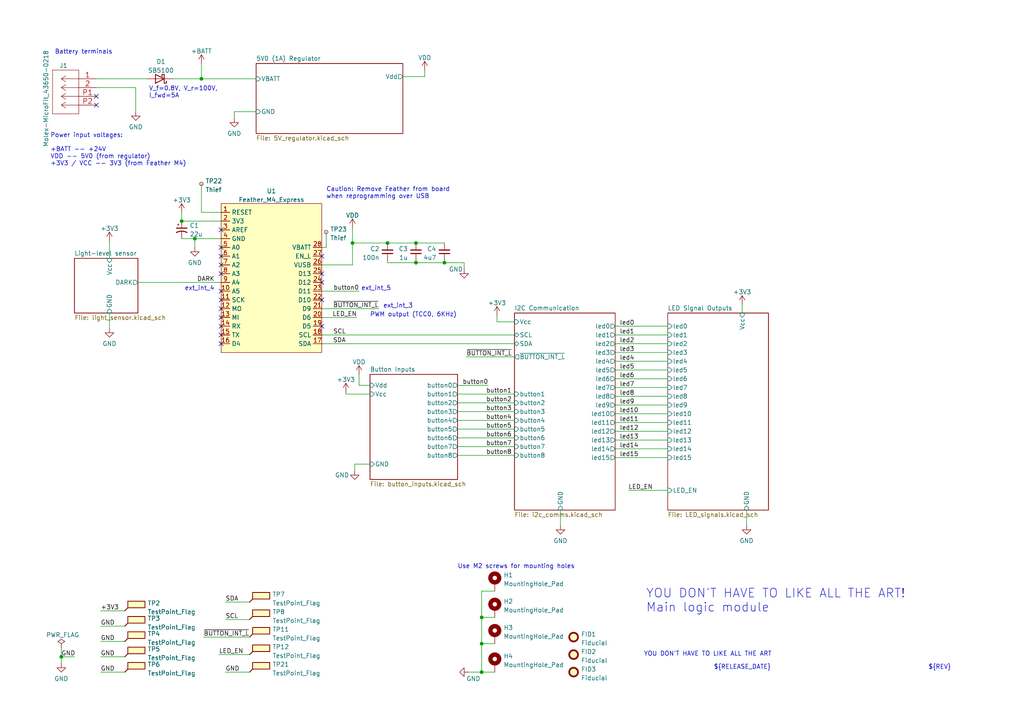
<source format=kicad_sch>
(kicad_sch (version 20211123) (generator eeschema)

  (uuid e63e39d7-6ac0-4ffd-8aa3-1841a4541b55)

  (paper "A4")

  (lib_symbols
    (symbol "Aaron-Arduino:Feather_M4_Express" (in_bom yes) (on_board yes)
      (property "Reference" "U" (id 0) (at 1.27 1.27 0)
        (effects (font (size 1.27 1.27)))
      )
      (property "Value" "Feather_M4_Express" (id 1) (at 19.05 -2.54 0)
        (effects (font (size 1.27 1.27)))
      )
      (property "Footprint" "aaron-imported-parts:Arduino_Feather_M4_Express_PinHeaders" (id 2) (at 12.7 -44.45 0)
        (effects (font (size 1.27 1.27)) hide)
      )
      (property "Datasheet" "" (id 3) (at 13.97 -11.43 0)
        (effects (font (size 1.27 1.27)) hide)
      )
      (property "ki_keywords" "Arduino Feather ATSAMD51" (id 4) (at 0 0 0)
        (effects (font (size 1.27 1.27)) hide)
      )
      (property "ki_description" "Adafruit Arduino M4 Express on headers" (id 5) (at 0 0 0)
        (effects (font (size 1.27 1.27)) hide)
      )
      (symbol "Feather_M4_Express_0_1"
        (rectangle (start 0 0) (end 29.21 -43.18)
          (stroke (width 0.1524) (type default) (color 0 0 0 0))
          (fill (type background))
        )
      )
      (symbol "Feather_M4_Express_1_1"
        (pin input line (at 0 -2.54 0) (length 2.54)
          (name "RESET" (effects (font (size 1.27 1.27))))
          (number "1" (effects (font (size 1.27 1.27))))
        )
        (pin bidirectional line (at 0 -25.4 0) (length 2.54)
          (name "A5" (effects (font (size 1.27 1.27))))
          (number "10" (effects (font (size 1.27 1.27))))
        )
        (pin bidirectional line (at 0 -27.94 0) (length 2.54)
          (name "SCK" (effects (font (size 1.27 1.27))))
          (number "11" (effects (font (size 1.27 1.27))))
        )
        (pin bidirectional line (at 0 -30.48 0) (length 2.54)
          (name "MO" (effects (font (size 1.27 1.27))))
          (number "12" (effects (font (size 1.27 1.27))))
        )
        (pin bidirectional line (at 0 -33.02 0) (length 2.54)
          (name "MI" (effects (font (size 1.27 1.27))))
          (number "13" (effects (font (size 1.27 1.27))))
        )
        (pin bidirectional line (at 0 -35.56 0) (length 2.54)
          (name "RX" (effects (font (size 1.27 1.27))))
          (number "14" (effects (font (size 1.27 1.27))))
        )
        (pin bidirectional line (at 0 -38.1 0) (length 2.54)
          (name "TX" (effects (font (size 1.27 1.27))))
          (number "15" (effects (font (size 1.27 1.27))))
        )
        (pin bidirectional line (at 0 -40.64 0) (length 2.54)
          (name "D4" (effects (font (size 1.27 1.27))))
          (number "16" (effects (font (size 1.27 1.27))))
        )
        (pin bidirectional line (at 29.21 -40.64 180) (length 2.54)
          (name "SDA" (effects (font (size 1.27 1.27))))
          (number "17" (effects (font (size 1.27 1.27))))
        )
        (pin bidirectional line (at 29.21 -38.1 180) (length 2.54)
          (name "SCL" (effects (font (size 1.27 1.27))))
          (number "18" (effects (font (size 1.27 1.27))))
        )
        (pin bidirectional line (at 29.21 -35.56 180) (length 2.54)
          (name "D5" (effects (font (size 1.27 1.27))))
          (number "19" (effects (font (size 1.27 1.27))))
        )
        (pin power_out line (at 0 -5.08 0) (length 2.54)
          (name "3V3" (effects (font (size 1.27 1.27))))
          (number "2" (effects (font (size 1.27 1.27))))
        )
        (pin bidirectional line (at 29.21 -33.02 180) (length 2.54)
          (name "D6" (effects (font (size 1.27 1.27))))
          (number "20" (effects (font (size 1.27 1.27))))
        )
        (pin bidirectional line (at 29.21 -30.48 180) (length 2.54)
          (name "D9" (effects (font (size 1.27 1.27))))
          (number "21" (effects (font (size 1.27 1.27))))
        )
        (pin bidirectional line (at 29.21 -27.94 180) (length 2.54)
          (name "D10" (effects (font (size 1.27 1.27))))
          (number "22" (effects (font (size 1.27 1.27))))
        )
        (pin bidirectional line (at 29.21 -25.4 180) (length 2.54)
          (name "D11" (effects (font (size 1.27 1.27))))
          (number "23" (effects (font (size 1.27 1.27))))
        )
        (pin bidirectional line (at 29.21 -22.86 180) (length 2.54)
          (name "D12" (effects (font (size 1.27 1.27))))
          (number "24" (effects (font (size 1.27 1.27))))
        )
        (pin bidirectional line (at 29.21 -20.32 180) (length 2.54)
          (name "D13" (effects (font (size 1.27 1.27))))
          (number "25" (effects (font (size 1.27 1.27))))
        )
        (pin power_in line (at 29.21 -17.78 180) (length 2.54)
          (name "VUSB" (effects (font (size 1.27 1.27))))
          (number "26" (effects (font (size 1.27 1.27))))
        )
        (pin input line (at 29.21 -15.24 180) (length 2.54)
          (name "EN_L" (effects (font (size 1.27 1.27))))
          (number "27" (effects (font (size 1.27 1.27))))
        )
        (pin power_in line (at 29.21 -12.7 180) (length 2.54)
          (name "VBATT" (effects (font (size 1.27 1.27))))
          (number "28" (effects (font (size 1.27 1.27))))
        )
        (pin power_in line (at 0 -7.62 0) (length 2.54)
          (name "AREF" (effects (font (size 1.27 1.27))))
          (number "3" (effects (font (size 1.27 1.27))))
        )
        (pin power_in line (at 0 -10.16 0) (length 2.54)
          (name "GND" (effects (font (size 1.27 1.27))))
          (number "4" (effects (font (size 1.27 1.27))))
        )
        (pin bidirectional line (at 0 -12.7 0) (length 2.54)
          (name "A0" (effects (font (size 1.27 1.27))))
          (number "5" (effects (font (size 1.27 1.27))))
        )
        (pin bidirectional line (at 0 -15.24 0) (length 2.54)
          (name "A1" (effects (font (size 1.27 1.27))))
          (number "6" (effects (font (size 1.27 1.27))))
        )
        (pin bidirectional line (at 0 -17.78 0) (length 2.54)
          (name "A2" (effects (font (size 1.27 1.27))))
          (number "7" (effects (font (size 1.27 1.27))))
        )
        (pin bidirectional line (at 0 -20.32 0) (length 2.54)
          (name "A3" (effects (font (size 1.27 1.27))))
          (number "8" (effects (font (size 1.27 1.27))))
        )
        (pin bidirectional line (at 0 -22.86 0) (length 2.54)
          (name "A4" (effects (font (size 1.27 1.27))))
          (number "9" (effects (font (size 1.27 1.27))))
        )
      )
    )
    (symbol "Aaron-Connectors:Molex-MicroFit_43650-0218" (pin_names (offset 0.254) hide) (in_bom yes) (on_board yes)
      (property "Reference" "J" (id 0) (at 8.89 6.35 0)
        (effects (font (size 1.524 1.524)))
      )
      (property "Value" "Molex-MicroFit_43650-0218" (id 1) (at 10.16 -11.43 0)
        (effects (font (size 1.524 1.524)))
      )
      (property "Footprint" "Aaron_THT:Molex-Microfit-43650-0218" (id 2) (at 10.16 -13.97 0)
        (effects (font (size 1.524 1.524)) hide)
      )
      (property "Datasheet" "https://www.molex.com/pdm_docs/ps/PS-43650.pdf" (id 3) (at 8.89 3.81 0)
        (effects (font (size 1.524 1.524)) hide)
      )
      (property "MPN" "436500218" (id 4) (at 19.05 -5.08 0)
        (effects (font (size 1.27 1.27)) hide)
      )
      (property "MANUFACTURER" "Molex" (id 5) (at 16.51 -2.54 0)
        (effects (font (size 1.27 1.27)) hide)
      )
      (property "ki_description" "Molex Microfit 3.0 2-pin connector, THT, vertical, board guide" (id 6) (at 0 0 0)
        (effects (font (size 1.27 1.27)) hide)
      )
      (property "ki_fp_filters" "CON_436500218" (id 7) (at 0 0 0)
        (effects (font (size 1.27 1.27)) hide)
      )
      (symbol "Molex-MicroFit_43650-0218_1_1"
        (polyline
          (pts
            (xy 5.08 -10.16)
            (xy 12.7 -10.16)
          )
          (stroke (width 0.127) (type default) (color 0 0 0 0))
          (fill (type none))
        )
        (polyline
          (pts
            (xy 5.08 2.54)
            (xy 5.08 -10.16)
          )
          (stroke (width 0.127) (type default) (color 0 0 0 0))
          (fill (type none))
        )
        (polyline
          (pts
            (xy 10.16 -7.62)
            (xy 5.08 -7.62)
          )
          (stroke (width 0.127) (type default) (color 0 0 0 0))
          (fill (type none))
        )
        (polyline
          (pts
            (xy 10.16 -7.62)
            (xy 8.89 -8.4582)
          )
          (stroke (width 0.127) (type default) (color 0 0 0 0))
          (fill (type none))
        )
        (polyline
          (pts
            (xy 10.16 -7.62)
            (xy 8.89 -6.7818)
          )
          (stroke (width 0.127) (type default) (color 0 0 0 0))
          (fill (type none))
        )
        (polyline
          (pts
            (xy 10.16 -5.08)
            (xy 5.08 -5.08)
          )
          (stroke (width 0.127) (type default) (color 0 0 0 0))
          (fill (type none))
        )
        (polyline
          (pts
            (xy 10.16 -5.08)
            (xy 8.89 -5.9182)
          )
          (stroke (width 0.127) (type default) (color 0 0 0 0))
          (fill (type none))
        )
        (polyline
          (pts
            (xy 10.16 -5.08)
            (xy 8.89 -4.2418)
          )
          (stroke (width 0.127) (type default) (color 0 0 0 0))
          (fill (type none))
        )
        (polyline
          (pts
            (xy 10.16 -2.54)
            (xy 5.08 -2.54)
          )
          (stroke (width 0.127) (type default) (color 0 0 0 0))
          (fill (type none))
        )
        (polyline
          (pts
            (xy 10.16 -2.54)
            (xy 8.89 -3.3782)
          )
          (stroke (width 0.127) (type default) (color 0 0 0 0))
          (fill (type none))
        )
        (polyline
          (pts
            (xy 10.16 -2.54)
            (xy 8.89 -1.7018)
          )
          (stroke (width 0.127) (type default) (color 0 0 0 0))
          (fill (type none))
        )
        (polyline
          (pts
            (xy 10.16 0)
            (xy 5.08 0)
          )
          (stroke (width 0.127) (type default) (color 0 0 0 0))
          (fill (type none))
        )
        (polyline
          (pts
            (xy 10.16 0)
            (xy 8.89 -0.8382)
          )
          (stroke (width 0.127) (type default) (color 0 0 0 0))
          (fill (type none))
        )
        (polyline
          (pts
            (xy 10.16 0)
            (xy 8.89 0.8382)
          )
          (stroke (width 0.127) (type default) (color 0 0 0 0))
          (fill (type none))
        )
        (polyline
          (pts
            (xy 12.7 -10.16)
            (xy 12.7 2.54)
          )
          (stroke (width 0.127) (type default) (color 0 0 0 0))
          (fill (type none))
        )
        (polyline
          (pts
            (xy 12.7 2.54)
            (xy 5.08 2.54)
          )
          (stroke (width 0.127) (type default) (color 0 0 0 0))
          (fill (type none))
        )
        (pin passive line (at 0 0 0) (length 5.08)
          (name "1" (effects (font (size 1.4986 1.4986))))
          (number "1" (effects (font (size 1.4986 1.4986))))
        )
        (pin passive line (at 0 -2.54 0) (length 5.08)
          (name "2" (effects (font (size 1.4986 1.4986))))
          (number "2" (effects (font (size 1.4986 1.4986))))
        )
        (pin passive line (at 0 -5.08 0) (length 5.08)
          (name "P1" (effects (font (size 1.4986 1.4986))))
          (number "P1" (effects (font (size 1.4986 1.4986))))
        )
        (pin passive line (at 0 -7.62 0) (length 5.08)
          (name "P2" (effects (font (size 1.4986 1.4986))))
          (number "P2" (effects (font (size 1.4986 1.4986))))
        )
      )
    )
    (symbol "Connector:TestPoint_Flag" (pin_numbers hide) (pin_names (offset 0.762) hide) (in_bom yes) (on_board yes)
      (property "Reference" "TP" (id 0) (at 3.429 1.778 0)
        (effects (font (size 1.27 1.27)))
      )
      (property "Value" "TestPoint_Flag" (id 1) (at 3.302 4.191 0)
        (effects (font (size 1.27 1.27)))
      )
      (property "Footprint" "" (id 2) (at 5.08 0 0)
        (effects (font (size 1.27 1.27)) hide)
      )
      (property "Datasheet" "~" (id 3) (at 5.08 0 0)
        (effects (font (size 1.27 1.27)) hide)
      )
      (property "ki_keywords" "test point tp" (id 4) (at 0 0 0)
        (effects (font (size 1.27 1.27)) hide)
      )
      (property "ki_description" "test point (alternative flag-style design)" (id 5) (at 0 0 0)
        (effects (font (size 1.27 1.27)) hide)
      )
      (property "ki_fp_filters" "Pin* Test*" (id 6) (at 0 0 0)
        (effects (font (size 1.27 1.27)) hide)
      )
      (symbol "TestPoint_Flag_0_1"
        (polyline
          (pts
            (xy 0 0)
            (xy 0.889 0.889)
          )
          (stroke (width 0.254) (type default) (color 0 0 0 0))
          (fill (type none))
        )
        (rectangle (start 0.889 2.794) (end 5.842 0.889)
          (stroke (width 0.254) (type default) (color 0 0 0 0))
          (fill (type background))
        )
      )
      (symbol "TestPoint_Flag_1_1"
        (pin passive line (at 0 0 90) (length 0)
          (name "1" (effects (font (size 1.27 1.27))))
          (number "1" (effects (font (size 1.27 1.27))))
        )
      )
    )
    (symbol "Connector:TestPoint_Small" (pin_numbers hide) (pin_names (offset 0.762) hide) (in_bom yes) (on_board yes)
      (property "Reference" "TP" (id 0) (at 0 3.81 0)
        (effects (font (size 1.27 1.27)))
      )
      (property "Value" "TestPoint_Small" (id 1) (at 0 2.032 0)
        (effects (font (size 1.27 1.27)))
      )
      (property "Footprint" "" (id 2) (at 5.08 0 0)
        (effects (font (size 1.27 1.27)) hide)
      )
      (property "Datasheet" "~" (id 3) (at 5.08 0 0)
        (effects (font (size 1.27 1.27)) hide)
      )
      (property "ki_keywords" "test point tp" (id 4) (at 0 0 0)
        (effects (font (size 1.27 1.27)) hide)
      )
      (property "ki_description" "test point" (id 5) (at 0 0 0)
        (effects (font (size 1.27 1.27)) hide)
      )
      (property "ki_fp_filters" "Pin* Test*" (id 6) (at 0 0 0)
        (effects (font (size 1.27 1.27)) hide)
      )
      (symbol "TestPoint_Small_0_1"
        (circle (center 0 0) (radius 0.508)
          (stroke (width 0) (type default) (color 0 0 0 0))
          (fill (type none))
        )
      )
      (symbol "TestPoint_Small_1_1"
        (pin passive line (at 0 0 90) (length 0)
          (name "1" (effects (font (size 1.27 1.27))))
          (number "1" (effects (font (size 1.27 1.27))))
        )
      )
    )
    (symbol "Device:C_Polarized_Small_US" (pin_numbers hide) (pin_names (offset 0.254) hide) (in_bom yes) (on_board yes)
      (property "Reference" "C" (id 0) (at 0.254 1.778 0)
        (effects (font (size 1.27 1.27)) (justify left))
      )
      (property "Value" "C_Polarized_Small_US" (id 1) (at 0.254 -2.032 0)
        (effects (font (size 1.27 1.27)) (justify left))
      )
      (property "Footprint" "" (id 2) (at 0 0 0)
        (effects (font (size 1.27 1.27)) hide)
      )
      (property "Datasheet" "~" (id 3) (at 0 0 0)
        (effects (font (size 1.27 1.27)) hide)
      )
      (property "ki_keywords" "cap capacitor" (id 4) (at 0 0 0)
        (effects (font (size 1.27 1.27)) hide)
      )
      (property "ki_description" "Polarized capacitor, small US symbol" (id 5) (at 0 0 0)
        (effects (font (size 1.27 1.27)) hide)
      )
      (property "ki_fp_filters" "CP_*" (id 6) (at 0 0 0)
        (effects (font (size 1.27 1.27)) hide)
      )
      (symbol "C_Polarized_Small_US_0_1"
        (polyline
          (pts
            (xy -1.524 0.508)
            (xy 1.524 0.508)
          )
          (stroke (width 0.3048) (type default) (color 0 0 0 0))
          (fill (type none))
        )
        (polyline
          (pts
            (xy -1.27 1.524)
            (xy -0.762 1.524)
          )
          (stroke (width 0) (type default) (color 0 0 0 0))
          (fill (type none))
        )
        (polyline
          (pts
            (xy -1.016 1.27)
            (xy -1.016 1.778)
          )
          (stroke (width 0) (type default) (color 0 0 0 0))
          (fill (type none))
        )
        (arc (start 1.524 -0.762) (mid 0 -0.3734) (end -1.524 -0.762)
          (stroke (width 0.3048) (type default) (color 0 0 0 0))
          (fill (type none))
        )
      )
      (symbol "C_Polarized_Small_US_1_1"
        (pin passive line (at 0 2.54 270) (length 2.032)
          (name "~" (effects (font (size 1.27 1.27))))
          (number "1" (effects (font (size 1.27 1.27))))
        )
        (pin passive line (at 0 -2.54 90) (length 2.032)
          (name "~" (effects (font (size 1.27 1.27))))
          (number "2" (effects (font (size 1.27 1.27))))
        )
      )
    )
    (symbol "Device:C_Small" (pin_numbers hide) (pin_names (offset 0.254) hide) (in_bom yes) (on_board yes)
      (property "Reference" "C" (id 0) (at 0.254 1.778 0)
        (effects (font (size 1.27 1.27)) (justify left))
      )
      (property "Value" "C_Small" (id 1) (at 0.254 -2.032 0)
        (effects (font (size 1.27 1.27)) (justify left))
      )
      (property "Footprint" "" (id 2) (at 0 0 0)
        (effects (font (size 1.27 1.27)) hide)
      )
      (property "Datasheet" "~" (id 3) (at 0 0 0)
        (effects (font (size 1.27 1.27)) hide)
      )
      (property "ki_keywords" "capacitor cap" (id 4) (at 0 0 0)
        (effects (font (size 1.27 1.27)) hide)
      )
      (property "ki_description" "Unpolarized capacitor, small symbol" (id 5) (at 0 0 0)
        (effects (font (size 1.27 1.27)) hide)
      )
      (property "ki_fp_filters" "C_*" (id 6) (at 0 0 0)
        (effects (font (size 1.27 1.27)) hide)
      )
      (symbol "C_Small_0_1"
        (polyline
          (pts
            (xy -1.524 -0.508)
            (xy 1.524 -0.508)
          )
          (stroke (width 0.3302) (type default) (color 0 0 0 0))
          (fill (type none))
        )
        (polyline
          (pts
            (xy -1.524 0.508)
            (xy 1.524 0.508)
          )
          (stroke (width 0.3048) (type default) (color 0 0 0 0))
          (fill (type none))
        )
      )
      (symbol "C_Small_1_1"
        (pin passive line (at 0 2.54 270) (length 2.032)
          (name "~" (effects (font (size 1.27 1.27))))
          (number "1" (effects (font (size 1.27 1.27))))
        )
        (pin passive line (at 0 -2.54 90) (length 2.032)
          (name "~" (effects (font (size 1.27 1.27))))
          (number "2" (effects (font (size 1.27 1.27))))
        )
      )
    )
    (symbol "Device:D_Schottky" (pin_numbers hide) (pin_names (offset 1.016) hide) (in_bom yes) (on_board yes)
      (property "Reference" "D" (id 0) (at 0 2.54 0)
        (effects (font (size 1.27 1.27)))
      )
      (property "Value" "D_Schottky" (id 1) (at 0 -2.54 0)
        (effects (font (size 1.27 1.27)))
      )
      (property "Footprint" "" (id 2) (at 0 0 0)
        (effects (font (size 1.27 1.27)) hide)
      )
      (property "Datasheet" "~" (id 3) (at 0 0 0)
        (effects (font (size 1.27 1.27)) hide)
      )
      (property "ki_keywords" "diode Schottky" (id 4) (at 0 0 0)
        (effects (font (size 1.27 1.27)) hide)
      )
      (property "ki_description" "Schottky diode" (id 5) (at 0 0 0)
        (effects (font (size 1.27 1.27)) hide)
      )
      (property "ki_fp_filters" "TO-???* *_Diode_* *SingleDiode* D_*" (id 6) (at 0 0 0)
        (effects (font (size 1.27 1.27)) hide)
      )
      (symbol "D_Schottky_0_1"
        (polyline
          (pts
            (xy 1.27 0)
            (xy -1.27 0)
          )
          (stroke (width 0) (type default) (color 0 0 0 0))
          (fill (type none))
        )
        (polyline
          (pts
            (xy 1.27 1.27)
            (xy 1.27 -1.27)
            (xy -1.27 0)
            (xy 1.27 1.27)
          )
          (stroke (width 0.254) (type default) (color 0 0 0 0))
          (fill (type none))
        )
        (polyline
          (pts
            (xy -1.905 0.635)
            (xy -1.905 1.27)
            (xy -1.27 1.27)
            (xy -1.27 -1.27)
            (xy -0.635 -1.27)
            (xy -0.635 -0.635)
          )
          (stroke (width 0.254) (type default) (color 0 0 0 0))
          (fill (type none))
        )
      )
      (symbol "D_Schottky_1_1"
        (pin passive line (at -3.81 0 0) (length 2.54)
          (name "K" (effects (font (size 1.27 1.27))))
          (number "1" (effects (font (size 1.27 1.27))))
        )
        (pin passive line (at 3.81 0 180) (length 2.54)
          (name "A" (effects (font (size 1.27 1.27))))
          (number "2" (effects (font (size 1.27 1.27))))
        )
      )
    )
    (symbol "Mechanical:Fiducial" (in_bom yes) (on_board yes)
      (property "Reference" "FID" (id 0) (at 0 5.08 0)
        (effects (font (size 1.27 1.27)))
      )
      (property "Value" "Fiducial" (id 1) (at 0 3.175 0)
        (effects (font (size 1.27 1.27)))
      )
      (property "Footprint" "" (id 2) (at 0 0 0)
        (effects (font (size 1.27 1.27)) hide)
      )
      (property "Datasheet" "~" (id 3) (at 0 0 0)
        (effects (font (size 1.27 1.27)) hide)
      )
      (property "ki_keywords" "fiducial marker" (id 4) (at 0 0 0)
        (effects (font (size 1.27 1.27)) hide)
      )
      (property "ki_description" "Fiducial Marker" (id 5) (at 0 0 0)
        (effects (font (size 1.27 1.27)) hide)
      )
      (property "ki_fp_filters" "Fiducial*" (id 6) (at 0 0 0)
        (effects (font (size 1.27 1.27)) hide)
      )
      (symbol "Fiducial_0_1"
        (circle (center 0 0) (radius 1.27)
          (stroke (width 0.508) (type default) (color 0 0 0 0))
          (fill (type background))
        )
      )
    )
    (symbol "Mechanical:MountingHole_Pad" (pin_numbers hide) (pin_names (offset 1.016) hide) (in_bom yes) (on_board yes)
      (property "Reference" "H" (id 0) (at 0 6.35 0)
        (effects (font (size 1.27 1.27)))
      )
      (property "Value" "MountingHole_Pad" (id 1) (at 0 4.445 0)
        (effects (font (size 1.27 1.27)))
      )
      (property "Footprint" "" (id 2) (at 0 0 0)
        (effects (font (size 1.27 1.27)) hide)
      )
      (property "Datasheet" "~" (id 3) (at 0 0 0)
        (effects (font (size 1.27 1.27)) hide)
      )
      (property "ki_keywords" "mounting hole" (id 4) (at 0 0 0)
        (effects (font (size 1.27 1.27)) hide)
      )
      (property "ki_description" "Mounting Hole with connection" (id 5) (at 0 0 0)
        (effects (font (size 1.27 1.27)) hide)
      )
      (property "ki_fp_filters" "MountingHole*Pad*" (id 6) (at 0 0 0)
        (effects (font (size 1.27 1.27)) hide)
      )
      (symbol "MountingHole_Pad_0_1"
        (circle (center 0 1.27) (radius 1.27)
          (stroke (width 1.27) (type default) (color 0 0 0 0))
          (fill (type none))
        )
      )
      (symbol "MountingHole_Pad_1_1"
        (pin input line (at 0 -2.54 90) (length 2.54)
          (name "1" (effects (font (size 1.27 1.27))))
          (number "1" (effects (font (size 1.27 1.27))))
        )
      )
    )
    (symbol "power:+3V3" (power) (pin_names (offset 0)) (in_bom yes) (on_board yes)
      (property "Reference" "#PWR" (id 0) (at 0 -3.81 0)
        (effects (font (size 1.27 1.27)) hide)
      )
      (property "Value" "+3V3" (id 1) (at 0 3.556 0)
        (effects (font (size 1.27 1.27)))
      )
      (property "Footprint" "" (id 2) (at 0 0 0)
        (effects (font (size 1.27 1.27)) hide)
      )
      (property "Datasheet" "" (id 3) (at 0 0 0)
        (effects (font (size 1.27 1.27)) hide)
      )
      (property "ki_keywords" "power-flag" (id 4) (at 0 0 0)
        (effects (font (size 1.27 1.27)) hide)
      )
      (property "ki_description" "Power symbol creates a global label with name \"+3V3\"" (id 5) (at 0 0 0)
        (effects (font (size 1.27 1.27)) hide)
      )
      (symbol "+3V3_0_1"
        (polyline
          (pts
            (xy -0.762 1.27)
            (xy 0 2.54)
          )
          (stroke (width 0) (type default) (color 0 0 0 0))
          (fill (type none))
        )
        (polyline
          (pts
            (xy 0 0)
            (xy 0 2.54)
          )
          (stroke (width 0) (type default) (color 0 0 0 0))
          (fill (type none))
        )
        (polyline
          (pts
            (xy 0 2.54)
            (xy 0.762 1.27)
          )
          (stroke (width 0) (type default) (color 0 0 0 0))
          (fill (type none))
        )
      )
      (symbol "+3V3_1_1"
        (pin power_in line (at 0 0 90) (length 0) hide
          (name "+3V3" (effects (font (size 1.27 1.27))))
          (number "1" (effects (font (size 1.27 1.27))))
        )
      )
    )
    (symbol "power:+BATT" (power) (pin_names (offset 0)) (in_bom yes) (on_board yes)
      (property "Reference" "#PWR" (id 0) (at 0 -3.81 0)
        (effects (font (size 1.27 1.27)) hide)
      )
      (property "Value" "+BATT" (id 1) (at 0 3.556 0)
        (effects (font (size 1.27 1.27)))
      )
      (property "Footprint" "" (id 2) (at 0 0 0)
        (effects (font (size 1.27 1.27)) hide)
      )
      (property "Datasheet" "" (id 3) (at 0 0 0)
        (effects (font (size 1.27 1.27)) hide)
      )
      (property "ki_keywords" "power-flag battery" (id 4) (at 0 0 0)
        (effects (font (size 1.27 1.27)) hide)
      )
      (property "ki_description" "Power symbol creates a global label with name \"+BATT\"" (id 5) (at 0 0 0)
        (effects (font (size 1.27 1.27)) hide)
      )
      (symbol "+BATT_0_1"
        (polyline
          (pts
            (xy -0.762 1.27)
            (xy 0 2.54)
          )
          (stroke (width 0) (type default) (color 0 0 0 0))
          (fill (type none))
        )
        (polyline
          (pts
            (xy 0 0)
            (xy 0 2.54)
          )
          (stroke (width 0) (type default) (color 0 0 0 0))
          (fill (type none))
        )
        (polyline
          (pts
            (xy 0 2.54)
            (xy 0.762 1.27)
          )
          (stroke (width 0) (type default) (color 0 0 0 0))
          (fill (type none))
        )
      )
      (symbol "+BATT_1_1"
        (pin power_in line (at 0 0 90) (length 0) hide
          (name "+BATT" (effects (font (size 1.27 1.27))))
          (number "1" (effects (font (size 1.27 1.27))))
        )
      )
    )
    (symbol "power:GND" (power) (pin_names (offset 0)) (in_bom yes) (on_board yes)
      (property "Reference" "#PWR" (id 0) (at 0 -6.35 0)
        (effects (font (size 1.27 1.27)) hide)
      )
      (property "Value" "GND" (id 1) (at 0 -3.81 0)
        (effects (font (size 1.27 1.27)))
      )
      (property "Footprint" "" (id 2) (at 0 0 0)
        (effects (font (size 1.27 1.27)) hide)
      )
      (property "Datasheet" "" (id 3) (at 0 0 0)
        (effects (font (size 1.27 1.27)) hide)
      )
      (property "ki_keywords" "power-flag" (id 4) (at 0 0 0)
        (effects (font (size 1.27 1.27)) hide)
      )
      (property "ki_description" "Power symbol creates a global label with name \"GND\" , ground" (id 5) (at 0 0 0)
        (effects (font (size 1.27 1.27)) hide)
      )
      (symbol "GND_0_1"
        (polyline
          (pts
            (xy 0 0)
            (xy 0 -1.27)
            (xy 1.27 -1.27)
            (xy 0 -2.54)
            (xy -1.27 -1.27)
            (xy 0 -1.27)
          )
          (stroke (width 0) (type default) (color 0 0 0 0))
          (fill (type none))
        )
      )
      (symbol "GND_1_1"
        (pin power_in line (at 0 0 270) (length 0) hide
          (name "GND" (effects (font (size 1.27 1.27))))
          (number "1" (effects (font (size 1.27 1.27))))
        )
      )
    )
    (symbol "power:PWR_FLAG" (power) (pin_numbers hide) (pin_names (offset 0) hide) (in_bom yes) (on_board yes)
      (property "Reference" "#FLG" (id 0) (at 0 1.905 0)
        (effects (font (size 1.27 1.27)) hide)
      )
      (property "Value" "PWR_FLAG" (id 1) (at 0 3.81 0)
        (effects (font (size 1.27 1.27)))
      )
      (property "Footprint" "" (id 2) (at 0 0 0)
        (effects (font (size 1.27 1.27)) hide)
      )
      (property "Datasheet" "~" (id 3) (at 0 0 0)
        (effects (font (size 1.27 1.27)) hide)
      )
      (property "ki_keywords" "power-flag" (id 4) (at 0 0 0)
        (effects (font (size 1.27 1.27)) hide)
      )
      (property "ki_description" "Special symbol for telling ERC where power comes from" (id 5) (at 0 0 0)
        (effects (font (size 1.27 1.27)) hide)
      )
      (symbol "PWR_FLAG_0_0"
        (pin power_out line (at 0 0 90) (length 0)
          (name "pwr" (effects (font (size 1.27 1.27))))
          (number "1" (effects (font (size 1.27 1.27))))
        )
      )
      (symbol "PWR_FLAG_0_1"
        (polyline
          (pts
            (xy 0 0)
            (xy 0 1.27)
            (xy -1.016 1.905)
            (xy 0 2.54)
            (xy 1.016 1.905)
            (xy 0 1.27)
          )
          (stroke (width 0) (type default) (color 0 0 0 0))
          (fill (type none))
        )
      )
    )
    (symbol "power:VDD" (power) (pin_names (offset 0)) (in_bom yes) (on_board yes)
      (property "Reference" "#PWR" (id 0) (at 0 -3.81 0)
        (effects (font (size 1.27 1.27)) hide)
      )
      (property "Value" "VDD" (id 1) (at 0 3.81 0)
        (effects (font (size 1.27 1.27)))
      )
      (property "Footprint" "" (id 2) (at 0 0 0)
        (effects (font (size 1.27 1.27)) hide)
      )
      (property "Datasheet" "" (id 3) (at 0 0 0)
        (effects (font (size 1.27 1.27)) hide)
      )
      (property "ki_keywords" "power-flag" (id 4) (at 0 0 0)
        (effects (font (size 1.27 1.27)) hide)
      )
      (property "ki_description" "Power symbol creates a global label with name \"VDD\"" (id 5) (at 0 0 0)
        (effects (font (size 1.27 1.27)) hide)
      )
      (symbol "VDD_0_1"
        (polyline
          (pts
            (xy -0.762 1.27)
            (xy 0 2.54)
          )
          (stroke (width 0) (type default) (color 0 0 0 0))
          (fill (type none))
        )
        (polyline
          (pts
            (xy 0 0)
            (xy 0 2.54)
          )
          (stroke (width 0) (type default) (color 0 0 0 0))
          (fill (type none))
        )
        (polyline
          (pts
            (xy 0 2.54)
            (xy 0.762 1.27)
          )
          (stroke (width 0) (type default) (color 0 0 0 0))
          (fill (type none))
        )
      )
      (symbol "VDD_1_1"
        (pin power_in line (at 0 0 90) (length 0) hide
          (name "VDD" (effects (font (size 1.27 1.27))))
          (number "1" (effects (font (size 1.27 1.27))))
        )
      )
    )
  )

  (junction (at 139.7 186.69) (diameter 0) (color 0 0 0 0)
    (uuid 01ca8280-0a95-465c-aa55-fd978cbfa53f)
  )
  (junction (at 58.42 22.86) (diameter 0) (color 0 0 0 0)
    (uuid 07c8374c-1a8a-4454-a5e3-f48e6ec36377)
  )
  (junction (at 17.78 190.5) (diameter 0) (color 0 0 0 0)
    (uuid 2799235e-6baa-4b2c-9bd2-c2cb824b48fb)
  )
  (junction (at 52.705 64.135) (diameter 0) (color 0 0 0 0)
    (uuid 485a0d42-412f-4930-af39-4a2ebecbca6a)
  )
  (junction (at 56.515 69.215) (diameter 0) (color 0 0 0 0)
    (uuid 626287b9-c3ab-4dd7-b57f-c9ac91f08f2b)
  )
  (junction (at 120.65 76.2) (diameter 0) (color 0 0 0 0)
    (uuid 6714c8b6-ab1d-4580-ad7a-11e8c212bfe1)
  )
  (junction (at 139.7 194.945) (diameter 0) (color 0 0 0 0)
    (uuid 69ea6517-c853-4336-bad5-46022f17c006)
  )
  (junction (at 139.7 179.07) (diameter 0) (color 0 0 0 0)
    (uuid 74a20508-92d9-47aa-8e8d-7daa2e15b600)
  )
  (junction (at 120.65 70.485) (diameter 0) (color 0 0 0 0)
    (uuid 97db863a-800d-403c-a48d-89144b8c8f85)
  )
  (junction (at 102.235 70.485) (diameter 0) (color 0 0 0 0)
    (uuid ce1059a4-978b-4b35-9579-486c183d10b3)
  )
  (junction (at 128.905 76.2) (diameter 0) (color 0 0 0 0)
    (uuid fa2794a9-76cd-4a1b-a202-5ce7aca0657d)
  )
  (junction (at 112.395 70.485) (diameter 0) (color 0 0 0 0)
    (uuid faea049d-0473-4e76-95d4-3ae4abef1a67)
  )

  (no_connect (at 93.345 79.375) (uuid 2b714d78-c922-4dd4-b445-d852577e136c))
  (no_connect (at 93.345 81.915) (uuid 2b714d78-c922-4dd4-b445-d852577e136d))
  (no_connect (at 93.345 94.615) (uuid 2b714d78-c922-4dd4-b445-d852577e136f))
  (no_connect (at 64.135 86.995) (uuid 2b714d78-c922-4dd4-b445-d852577e1370))
  (no_connect (at 64.135 71.755) (uuid 2b714d78-c922-4dd4-b445-d852577e1371))
  (no_connect (at 64.135 74.295) (uuid 2b714d78-c922-4dd4-b445-d852577e1372))
  (no_connect (at 64.135 99.695) (uuid 2b714d78-c922-4dd4-b445-d852577e1373))
  (no_connect (at 64.135 89.535) (uuid 2b714d78-c922-4dd4-b445-d852577e1374))
  (no_connect (at 64.135 94.615) (uuid 2b714d78-c922-4dd4-b445-d852577e1375))
  (no_connect (at 64.135 92.075) (uuid 2b714d78-c922-4dd4-b445-d852577e1376))
  (no_connect (at 64.135 97.155) (uuid 2b714d78-c922-4dd4-b445-d852577e1377))
  (no_connect (at 64.135 84.455) (uuid 2b714d78-c922-4dd4-b445-d852577e1378))
  (no_connect (at 64.135 79.375) (uuid 2b714d78-c922-4dd4-b445-d852577e137a))
  (no_connect (at 64.135 76.835) (uuid 2b714d78-c922-4dd4-b445-d852577e137b))
  (no_connect (at 93.345 74.295) (uuid 6b4007a8-3c2e-4901-8f99-31c7e89ce030))
  (no_connect (at 64.135 66.675) (uuid 7014af3e-1a04-4575-bc3a-4225a6be4bff))
  (no_connect (at 27.94 27.94) (uuid 7a1fd515-e92f-4560-bc53-7b9d9878050e))
  (no_connect (at 27.94 30.48) (uuid 7a1fd515-e92f-4560-bc53-7b9d9878050f))
  (no_connect (at 93.345 86.995) (uuid a48a9e78-061f-403c-9448-3d0573ff1af8))

  (wire (pts (xy 128.905 76.2) (xy 128.905 75.565))
    (stroke (width 0) (type default) (color 0 0 0 0))
    (uuid 0345ba2f-22c1-483a-a958-b31268ac56d8)
  )
  (wire (pts (xy 132.715 114.3) (xy 149.225 114.3))
    (stroke (width 0) (type default) (color 0 0 0 0))
    (uuid 0416d7c8-1852-4a6e-95fb-4d13e9557e7c)
  )
  (wire (pts (xy 64.135 61.595) (xy 58.42 61.595))
    (stroke (width 0) (type default) (color 0 0 0 0))
    (uuid 04ba0c08-a2ce-44a9-8e82-be61c3a9a175)
  )
  (wire (pts (xy 65.405 179.705) (xy 72.39 179.705))
    (stroke (width 0) (type default) (color 0 0 0 0))
    (uuid 08ca46c0-8b0e-4df3-a1e8-de1e642a6a00)
  )
  (wire (pts (xy 132.715 129.54) (xy 149.225 129.54))
    (stroke (width 0) (type default) (color 0 0 0 0))
    (uuid 0c3adcf4-fab3-4b15-8db1-1c7c183e9d6c)
  )
  (wire (pts (xy 178.435 102.235) (xy 193.675 102.235))
    (stroke (width 0) (type default) (color 0 0 0 0))
    (uuid 0cfb7fb6-7d9d-41fc-b649-9aa75f2465d0)
  )
  (wire (pts (xy 178.435 122.555) (xy 193.675 122.555))
    (stroke (width 0) (type default) (color 0 0 0 0))
    (uuid 157ea88a-9fea-411c-90a0-b4d311288f3d)
  )
  (wire (pts (xy 178.435 109.855) (xy 193.675 109.855))
    (stroke (width 0) (type default) (color 0 0 0 0))
    (uuid 1708dd9c-4a9b-4e4a-be89-07b782ee15d4)
  )
  (wire (pts (xy 102.87 136.525) (xy 102.87 134.62))
    (stroke (width 0) (type default) (color 0 0 0 0))
    (uuid 18a9bb9f-fe6d-4807-978a-2e1a009e00c0)
  )
  (wire (pts (xy 120.65 76.2) (xy 128.905 76.2))
    (stroke (width 0) (type default) (color 0 0 0 0))
    (uuid 1ccbfb49-1822-4e82-b157-f17e26a829a3)
  )
  (wire (pts (xy 102.235 70.485) (xy 102.235 66.04))
    (stroke (width 0) (type default) (color 0 0 0 0))
    (uuid 1e9c9a75-96b4-465d-b035-4ad0b4c12e67)
  )
  (wire (pts (xy 112.395 76.2) (xy 120.65 76.2))
    (stroke (width 0) (type default) (color 0 0 0 0))
    (uuid 1f41c3e5-1788-4d95-bc2b-36a812ef0d6c)
  )
  (wire (pts (xy 58.42 61.595) (xy 58.42 53.34))
    (stroke (width 0) (type default) (color 0 0 0 0))
    (uuid 23c5ff9a-a219-49d4-9f88-7cdfc3c12323)
  )
  (wire (pts (xy 50.165 22.86) (xy 58.42 22.86))
    (stroke (width 0) (type default) (color 0 0 0 0))
    (uuid 292725a5-f4b5-4acf-ab80-ce0ca78bc0db)
  )
  (wire (pts (xy 56.515 69.215) (xy 56.515 71.755))
    (stroke (width 0) (type default) (color 0 0 0 0))
    (uuid 2a7fd1aa-8353-4b29-8510-60a61ec9fa28)
  )
  (wire (pts (xy 29.21 186.055) (xy 36.195 186.055))
    (stroke (width 0) (type default) (color 0 0 0 0))
    (uuid 2bc51101-e057-4e21-9936-e068462518dc)
  )
  (wire (pts (xy 116.84 22.225) (xy 123.19 22.225))
    (stroke (width 0) (type default) (color 0 0 0 0))
    (uuid 2be67f28-0d8d-4474-84c3-75f371e4dcb2)
  )
  (wire (pts (xy 178.435 104.775) (xy 193.675 104.775))
    (stroke (width 0) (type default) (color 0 0 0 0))
    (uuid 2d5cea0c-5f65-4326-890e-febf8c7c0241)
  )
  (wire (pts (xy 58.42 22.86) (xy 74.295 22.86))
    (stroke (width 0) (type default) (color 0 0 0 0))
    (uuid 2e40f1f3-8601-417b-bc0a-fcaa675f96dd)
  )
  (wire (pts (xy 93.345 89.535) (xy 109.855 89.535))
    (stroke (width 0) (type default) (color 0 0 0 0))
    (uuid 30926b4a-3837-44cd-a8b4-da4ba27d9ca9)
  )
  (wire (pts (xy 128.905 76.2) (xy 134.62 76.2))
    (stroke (width 0) (type default) (color 0 0 0 0))
    (uuid 30aa9f14-2856-403f-83ad-ee32f3e3ba13)
  )
  (wire (pts (xy 139.7 194.945) (xy 143.51 194.945))
    (stroke (width 0) (type default) (color 0 0 0 0))
    (uuid 311353db-30c3-4804-9c1f-f204c40344cf)
  )
  (wire (pts (xy 17.78 190.5) (xy 17.78 192.405))
    (stroke (width 0) (type default) (color 0 0 0 0))
    (uuid 3300b4f0-095c-4dcd-8d8b-f0e5f8965c10)
  )
  (wire (pts (xy 29.21 181.61) (xy 36.195 181.61))
    (stroke (width 0) (type default) (color 0 0 0 0))
    (uuid 35acc2ca-9b04-4bd5-bd57-53ce097ddf23)
  )
  (wire (pts (xy 102.235 70.485) (xy 112.395 70.485))
    (stroke (width 0) (type default) (color 0 0 0 0))
    (uuid 396a31f5-d84a-45a9-a257-a948778866ad)
  )
  (wire (pts (xy 178.435 117.475) (xy 193.675 117.475))
    (stroke (width 0) (type default) (color 0 0 0 0))
    (uuid 39d8c482-280c-42bd-a574-bbc83bd7f241)
  )
  (wire (pts (xy 93.345 71.755) (xy 94.615 71.755))
    (stroke (width 0) (type default) (color 0 0 0 0))
    (uuid 3b622a55-1077-4986-bf5b-217dff70c83b)
  )
  (wire (pts (xy 112.395 70.485) (xy 120.65 70.485))
    (stroke (width 0) (type default) (color 0 0 0 0))
    (uuid 3ed39897-5fcc-4bf2-bb18-193218e89bd3)
  )
  (wire (pts (xy 27.94 22.86) (xy 42.545 22.86))
    (stroke (width 0) (type default) (color 0 0 0 0))
    (uuid 3edeff03-b1d3-489e-baaa-5e619c270ccf)
  )
  (wire (pts (xy 139.7 186.69) (xy 139.7 194.945))
    (stroke (width 0) (type default) (color 0 0 0 0))
    (uuid 45587437-f944-4ef6-886c-304ad6d48794)
  )
  (wire (pts (xy 132.715 116.84) (xy 149.225 116.84))
    (stroke (width 0) (type default) (color 0 0 0 0))
    (uuid 45d8f82d-f5ce-4d03-85d4-9e299236e092)
  )
  (wire (pts (xy 132.715 119.38) (xy 149.225 119.38))
    (stroke (width 0) (type default) (color 0 0 0 0))
    (uuid 4b148f1d-0921-4f84-937c-aaaa030176a4)
  )
  (wire (pts (xy 104.14 111.76) (xy 107.315 111.76))
    (stroke (width 0) (type default) (color 0 0 0 0))
    (uuid 4d1f63d5-59f7-4790-ba08-e297c5b8e74c)
  )
  (wire (pts (xy 132.715 127) (xy 149.225 127))
    (stroke (width 0) (type default) (color 0 0 0 0))
    (uuid 51a340f7-325b-4730-a769-a531b3be03df)
  )
  (wire (pts (xy 93.345 76.835) (xy 102.235 76.835))
    (stroke (width 0) (type default) (color 0 0 0 0))
    (uuid 53193c17-45c2-4ae6-a832-d3ed6f5c5307)
  )
  (wire (pts (xy 29.21 194.945) (xy 36.195 194.945))
    (stroke (width 0) (type default) (color 0 0 0 0))
    (uuid 5440c0b5-3780-40bc-a032-9b590edf50b4)
  )
  (wire (pts (xy 178.435 125.095) (xy 193.675 125.095))
    (stroke (width 0) (type default) (color 0 0 0 0))
    (uuid 57938e7c-16fd-4e42-968e-540fa7a0c942)
  )
  (wire (pts (xy 120.65 76.2) (xy 120.65 75.565))
    (stroke (width 0) (type default) (color 0 0 0 0))
    (uuid 58d98b95-0b20-4516-a3cf-02f6376b825c)
  )
  (wire (pts (xy 58.42 18.415) (xy 58.42 22.86))
    (stroke (width 0) (type default) (color 0 0 0 0))
    (uuid 5d6ee763-81a9-423c-86cd-a2e9028aa6ff)
  )
  (wire (pts (xy 94.615 71.755) (xy 94.615 67.31))
    (stroke (width 0) (type default) (color 0 0 0 0))
    (uuid 6116827c-b924-4161-a7d7-35e523c2b4c0)
  )
  (wire (pts (xy 132.715 121.92) (xy 149.225 121.92))
    (stroke (width 0) (type default) (color 0 0 0 0))
    (uuid 6174fd8d-cf37-420b-a9a8-630062d1f87a)
  )
  (wire (pts (xy 182.245 142.24) (xy 193.675 142.24))
    (stroke (width 0) (type default) (color 0 0 0 0))
    (uuid 6190ad38-44a8-4113-a644-d9f06dee6a6e)
  )
  (wire (pts (xy 143.51 186.69) (xy 139.7 186.69))
    (stroke (width 0) (type default) (color 0 0 0 0))
    (uuid 65085f22-025d-48ab-8b26-d465bd4b983a)
  )
  (wire (pts (xy 178.435 130.175) (xy 193.675 130.175))
    (stroke (width 0) (type default) (color 0 0 0 0))
    (uuid 667c8ee2-3dd0-405a-9cd4-181563bf8d06)
  )
  (wire (pts (xy 100.33 114.3) (xy 100.33 113.665))
    (stroke (width 0) (type default) (color 0 0 0 0))
    (uuid 6c25acf6-a54a-41b5-be51-e2ae7cffcad6)
  )
  (wire (pts (xy 178.435 132.715) (xy 193.675 132.715))
    (stroke (width 0) (type default) (color 0 0 0 0))
    (uuid 6e1737b7-b982-45f0-b822-14aa06b1ebe8)
  )
  (wire (pts (xy 93.345 92.075) (xy 103.505 92.075))
    (stroke (width 0) (type default) (color 0 0 0 0))
    (uuid 72ace462-7279-4342-a320-9e015cec2501)
  )
  (wire (pts (xy 107.315 114.3) (xy 100.33 114.3))
    (stroke (width 0) (type default) (color 0 0 0 0))
    (uuid 739331e5-33a8-4122-b3de-0bc53125a042)
  )
  (wire (pts (xy 178.435 97.155) (xy 193.675 97.155))
    (stroke (width 0) (type default) (color 0 0 0 0))
    (uuid 7583b280-6341-4477-8a36-8cf70a71179f)
  )
  (wire (pts (xy 178.435 120.015) (xy 193.675 120.015))
    (stroke (width 0) (type default) (color 0 0 0 0))
    (uuid 7a294310-41c9-4da2-ba19-15ffc26db823)
  )
  (wire (pts (xy 112.395 76.2) (xy 112.395 75.565))
    (stroke (width 0) (type default) (color 0 0 0 0))
    (uuid 7b78ea92-bfde-42d5-9f24-1c87d7087b6f)
  )
  (wire (pts (xy 178.435 114.935) (xy 193.675 114.935))
    (stroke (width 0) (type default) (color 0 0 0 0))
    (uuid 7d30d571-05d7-4b4d-8acb-4790a3db3e79)
  )
  (wire (pts (xy 93.345 97.155) (xy 149.225 97.155))
    (stroke (width 0) (type default) (color 0 0 0 0))
    (uuid 840c98ff-b3b1-4ce0-ad01-4a8645e6ef2a)
  )
  (wire (pts (xy 139.7 179.07) (xy 139.7 186.69))
    (stroke (width 0) (type default) (color 0 0 0 0))
    (uuid 858efe32-c13a-4146-901f-2461a1f1bd3b)
  )
  (wire (pts (xy 31.75 90.805) (xy 31.75 95.25))
    (stroke (width 0) (type default) (color 0 0 0 0))
    (uuid 865d59fb-7902-4a2e-918d-7d0a56e6ec27)
  )
  (wire (pts (xy 52.705 69.215) (xy 56.515 69.215))
    (stroke (width 0) (type default) (color 0 0 0 0))
    (uuid 876eb348-db84-4cb6-8a8a-4d66147363c7)
  )
  (wire (pts (xy 216.535 147.955) (xy 216.535 152.4))
    (stroke (width 0) (type default) (color 0 0 0 0))
    (uuid 90e29ea6-7022-454e-80cc-ea216a1f6bdb)
  )
  (wire (pts (xy 29.21 177.165) (xy 36.195 177.165))
    (stroke (width 0) (type default) (color 0 0 0 0))
    (uuid 92505cfe-fd46-4fc5-a84c-990d2acab511)
  )
  (wire (pts (xy 144.145 93.345) (xy 144.145 91.44))
    (stroke (width 0) (type default) (color 0 0 0 0))
    (uuid 930b42c4-f020-432d-a6c2-62ac0665c954)
  )
  (wire (pts (xy 102.235 76.835) (xy 102.235 70.485))
    (stroke (width 0) (type default) (color 0 0 0 0))
    (uuid 9bd17653-cb06-42a5-b994-16c502a80e16)
  )
  (wire (pts (xy 17.78 187.96) (xy 17.78 190.5))
    (stroke (width 0) (type default) (color 0 0 0 0))
    (uuid a3603a76-e70a-4ef5-8900-fd8db77efb52)
  )
  (wire (pts (xy 93.345 84.455) (xy 104.14 84.455))
    (stroke (width 0) (type default) (color 0 0 0 0))
    (uuid a5947294-99b1-44ad-9ed8-59fcb8943c88)
  )
  (wire (pts (xy 67.945 32.385) (xy 74.295 32.385))
    (stroke (width 0) (type default) (color 0 0 0 0))
    (uuid a69b9b5d-e44e-4e13-b774-d44989bd3a4b)
  )
  (wire (pts (xy 31.75 69.85) (xy 31.75 74.93))
    (stroke (width 0) (type default) (color 0 0 0 0))
    (uuid a981a90e-d05f-4bf7-8b35-97b5185a7a56)
  )
  (wire (pts (xy 178.435 99.695) (xy 193.675 99.695))
    (stroke (width 0) (type default) (color 0 0 0 0))
    (uuid b2061eed-9c74-4e8a-aa8f-d995b1f01929)
  )
  (wire (pts (xy 162.56 147.955) (xy 162.56 152.4))
    (stroke (width 0) (type default) (color 0 0 0 0))
    (uuid b55d719c-987f-4e46-9cb4-68c8c5ffe9bc)
  )
  (wire (pts (xy 29.21 190.5) (xy 36.195 190.5))
    (stroke (width 0) (type default) (color 0 0 0 0))
    (uuid b79cd2af-e2f4-4b55-a748-3ec01f15fdb8)
  )
  (wire (pts (xy 102.87 134.62) (xy 107.315 134.62))
    (stroke (width 0) (type default) (color 0 0 0 0))
    (uuid b7f8634d-aabf-465d-bb41-12bd6354d432)
  )
  (wire (pts (xy 143.51 179.07) (xy 139.7 179.07))
    (stroke (width 0) (type default) (color 0 0 0 0))
    (uuid ba639848-1e2e-47f9-bc62-cacc4718f402)
  )
  (wire (pts (xy 178.435 94.615) (xy 193.675 94.615))
    (stroke (width 0) (type default) (color 0 0 0 0))
    (uuid bae261b6-6b21-4a94-b2c2-3d6e865b214a)
  )
  (wire (pts (xy 132.715 111.76) (xy 141.605 111.76))
    (stroke (width 0) (type default) (color 0 0 0 0))
    (uuid bcf7ca53-f71b-4778-87e3-9358f4c59bfe)
  )
  (wire (pts (xy 139.7 171.45) (xy 139.7 179.07))
    (stroke (width 0) (type default) (color 0 0 0 0))
    (uuid bd19e7f4-3ba5-4a77-ac3d-62b579fbd02a)
  )
  (wire (pts (xy 104.14 108.585) (xy 104.14 111.76))
    (stroke (width 0) (type default) (color 0 0 0 0))
    (uuid bd294b61-1da9-48d5-b756-6e42dbdd18cf)
  )
  (wire (pts (xy 63.5 189.865) (xy 72.39 189.865))
    (stroke (width 0) (type default) (color 0 0 0 0))
    (uuid c1579112-920f-4d62-a57a-c2dfc0f88302)
  )
  (wire (pts (xy 64.135 64.135) (xy 52.705 64.135))
    (stroke (width 0) (type default) (color 0 0 0 0))
    (uuid c27b4e72-b3b0-4e80-9c75-9de16023bde4)
  )
  (wire (pts (xy 178.435 127.635) (xy 193.675 127.635))
    (stroke (width 0) (type default) (color 0 0 0 0))
    (uuid c5873e0d-f3cc-4104-810a-647f310fe068)
  )
  (wire (pts (xy 132.715 124.46) (xy 149.225 124.46))
    (stroke (width 0) (type default) (color 0 0 0 0))
    (uuid c83c20bf-1282-4ec8-80ca-caaf2a266d72)
  )
  (wire (pts (xy 27.94 25.4) (xy 39.37 25.4))
    (stroke (width 0) (type default) (color 0 0 0 0))
    (uuid ce988f99-b855-49ad-b98f-f975b39de7b3)
  )
  (wire (pts (xy 120.65 70.485) (xy 128.905 70.485))
    (stroke (width 0) (type default) (color 0 0 0 0))
    (uuid d3b98c7f-8d62-4166-9ff0-189ed4605f55)
  )
  (wire (pts (xy 52.705 64.135) (xy 52.705 61.595))
    (stroke (width 0) (type default) (color 0 0 0 0))
    (uuid d8b1a038-240f-4a65-b81a-6752f85cc4f1)
  )
  (wire (pts (xy 135.255 103.505) (xy 149.225 103.505))
    (stroke (width 0) (type default) (color 0 0 0 0))
    (uuid da554c3d-6952-4a6d-99ce-eab29e89f5c1)
  )
  (wire (pts (xy 135.89 194.945) (xy 139.7 194.945))
    (stroke (width 0) (type default) (color 0 0 0 0))
    (uuid dacc55cd-1547-4942-a5c3-dcf10113d20f)
  )
  (wire (pts (xy 93.345 99.695) (xy 149.225 99.695))
    (stroke (width 0) (type default) (color 0 0 0 0))
    (uuid ddaac73e-5d87-4d97-b5bb-c266a64909df)
  )
  (wire (pts (xy 40.005 81.915) (xy 64.135 81.915))
    (stroke (width 0) (type default) (color 0 0 0 0))
    (uuid df93cfc4-a5fb-45b3-b3b2-7be01c86bbaa)
  )
  (wire (pts (xy 123.19 22.225) (xy 123.19 20.32))
    (stroke (width 0) (type default) (color 0 0 0 0))
    (uuid dfccef92-634d-4065-92f9-82e84b2a5670)
  )
  (wire (pts (xy 149.225 93.345) (xy 144.145 93.345))
    (stroke (width 0) (type default) (color 0 0 0 0))
    (uuid e0962e23-9e44-4cad-aaee-fdce88c7acc7)
  )
  (wire (pts (xy 134.62 76.2) (xy 134.62 78.105))
    (stroke (width 0) (type default) (color 0 0 0 0))
    (uuid e188e040-9c79-4692-9afb-e1e3e323b983)
  )
  (wire (pts (xy 139.7 171.45) (xy 143.51 171.45))
    (stroke (width 0) (type default) (color 0 0 0 0))
    (uuid e298f168-eddd-4c6f-a80d-b1b29fcd1cb1)
  )
  (wire (pts (xy 56.515 69.215) (xy 64.135 69.215))
    (stroke (width 0) (type default) (color 0 0 0 0))
    (uuid e77b7190-379e-4ce1-831b-b58e0f98239a)
  )
  (wire (pts (xy 39.37 25.4) (xy 39.37 32.385))
    (stroke (width 0) (type default) (color 0 0 0 0))
    (uuid ebf936d4-43e3-4149-9916-5a3636564426)
  )
  (wire (pts (xy 132.715 132.08) (xy 149.225 132.08))
    (stroke (width 0) (type default) (color 0 0 0 0))
    (uuid f0b50f1d-fab3-4443-b9fc-dc625a1019ad)
  )
  (wire (pts (xy 178.435 107.315) (xy 193.675 107.315))
    (stroke (width 0) (type default) (color 0 0 0 0))
    (uuid f23c67b6-783a-48d1-9454-fa7b5fb09fb4)
  )
  (wire (pts (xy 65.405 194.945) (xy 72.39 194.945))
    (stroke (width 0) (type default) (color 0 0 0 0))
    (uuid f6aefc7e-10e0-476b-be48-2cd6d641d9e8)
  )
  (wire (pts (xy 17.78 190.5) (xy 21.59 190.5))
    (stroke (width 0) (type default) (color 0 0 0 0))
    (uuid f7ebaaa1-4ee5-486e-91a9-c45ceee333cf)
  )
  (wire (pts (xy 178.435 112.395) (xy 193.675 112.395))
    (stroke (width 0) (type default) (color 0 0 0 0))
    (uuid f87829ab-20e4-417f-9491-9776dcdd355a)
  )
  (wire (pts (xy 65.405 174.625) (xy 72.39 174.625))
    (stroke (width 0) (type default) (color 0 0 0 0))
    (uuid fa578806-0d4b-4ef9-8b1a-696912bbaf2e)
  )
  (wire (pts (xy 59.055 184.785) (xy 72.39 184.785))
    (stroke (width 0) (type default) (color 0 0 0 0))
    (uuid fae570f2-7adc-4fe6-a573-e4ca85c1af5e)
  )
  (wire (pts (xy 215.265 88.265) (xy 215.265 90.805))
    (stroke (width 0) (type default) (color 0 0 0 0))
    (uuid fb49a5dd-2e63-4833-8c1f-636b45c56cce)
  )
  (wire (pts (xy 67.945 34.29) (xy 67.945 32.385))
    (stroke (width 0) (type default) (color 0 0 0 0))
    (uuid ff6968c3-970c-4644-8016-9760541d4615)
  )

  (text "ext_int_5\n" (at 104.775 84.455 0)
    (effects (font (size 1.27 1.27)) (justify left bottom))
    (uuid 1b2dc938-1354-4596-bd28-564fe8b12bca)
  )
  (text "YOU DON'T HAVE TO LIKE ALL THE ART!\nMain logic module"
    (at 187.325 177.8 0)
    (effects (font (size 2.54 2.54)) (justify left bottom))
    (uuid 23546f4c-ae2f-452c-833e-fbe2e5be24e2)
  )
  (text "${REV}" (at 269.24 194.31 0)
    (effects (font (size 1.27 1.27)) (justify left bottom))
    (uuid 256c13ca-f13e-4983-8c7f-dcdd0fd59a7c)
  )
  (text "ext_int_4" (at 62.23 84.455 180)
    (effects (font (size 1.27 1.27)) (justify right bottom))
    (uuid 2bdccf91-e7df-4440-af95-c9c5abe2bcae)
  )
  (text "ext_int_3" (at 111.125 89.535 0)
    (effects (font (size 1.27 1.27)) (justify left bottom))
    (uuid 2e30ca33-b9e5-43b5-a38a-c12f71e36386)
  )
  (text "Caution: Remove Feather from board\nwhen reprogramming over USB"
    (at 94.615 57.785 0)
    (effects (font (size 1.27 1.27)) (justify left bottom))
    (uuid 440469eb-ff9e-4e4a-9548-9a7b492522c4)
  )
  (text "V_f=0.8V, V_r=100V,\nI_fwd=5A\n" (at 43.18 28.575 0)
    (effects (font (size 1.27 1.27)) (justify left bottom))
    (uuid 449acd15-9361-48c2-a00c-17e59109a21f)
  )
  (text "Battery terminals\n" (at 15.875 15.875 0)
    (effects (font (size 1.27 1.27)) (justify left bottom))
    (uuid 6f457ce3-3e79-45bf-8093-e3ae8b14303d)
  )
  (text "YOU DON'T HAVE TO LIKE ALL THE ART" (at 186.69 190.5 0)
    (effects (font (size 1.27 1.27)) (justify left bottom))
    (uuid 75d28215-788d-4401-8f19-a8850de29410)
  )
  (text "${RELEASE_DATE}" (at 207.01 194.31 0)
    (effects (font (size 1.27 1.27)) (justify left bottom))
    (uuid 8a848172-fb4e-4242-98ae-1b483269b8eb)
  )
  (text "Use M2 screws for mounting holes " (at 132.715 165.1 0)
    (effects (font (size 1.27 1.27)) (justify left bottom))
    (uuid 992557e4-e8ca-4faf-89e3-c4933f7e724b)
  )
  (text "Power input voltages:\n\n+BATT -- +24V\nVDD -- 5V0 (from regulator)\n+3V3 / VCC -- 3V3 (from Feather M4)"
    (at 14.605 48.26 0)
    (effects (font (size 1.27 1.27)) (justify left bottom))
    (uuid da8fbaff-6781-490d-bb41-ce71e65f1e50)
  )
  (text "PWM output (TCC0, 6KHz)" (at 107.315 92.075 0)
    (effects (font (size 1.27 1.27)) (justify left bottom))
    (uuid e3647ab5-8fb8-41ab-87cd-81a9a61746b7)
  )

  (label "~{BUTTON_INT_L}" (at 109.855 89.535 180)
    (effects (font (size 1.27 1.27)) (justify right bottom))
    (uuid 03415e9e-b36c-4f03-ae17-77691c8b20b6)
  )
  (label "led5" (at 179.705 107.315 0)
    (effects (font (size 1.27 1.27)) (justify left bottom))
    (uuid 1aeddb29-4d09-4d6a-85a6-e6c0c75be236)
  )
  (label "led14" (at 179.705 130.175 0)
    (effects (font (size 1.27 1.27)) (justify left bottom))
    (uuid 1bf926de-fd16-4bff-8ebf-982c4db94034)
  )
  (label "led3" (at 179.705 102.235 0)
    (effects (font (size 1.27 1.27)) (justify left bottom))
    (uuid 2826568f-6865-4f06-aecf-7181ec7df847)
  )
  (label "led7" (at 179.705 112.395 0)
    (effects (font (size 1.27 1.27)) (justify left bottom))
    (uuid 2f821506-7a48-474d-8acd-b55fd4bebd83)
  )
  (label "button7" (at 140.97 129.54 0)
    (effects (font (size 1.27 1.27)) (justify left bottom))
    (uuid 4348add2-86ae-4822-b73c-0e610941b6fc)
  )
  (label "led2" (at 179.705 99.695 0)
    (effects (font (size 1.27 1.27)) (justify left bottom))
    (uuid 472a970b-1ee2-43ec-9365-e97dea3ad4ef)
  )
  (label "button5" (at 140.97 124.46 0)
    (effects (font (size 1.27 1.27)) (justify left bottom))
    (uuid 47df1962-599b-4f3b-9137-e00e84b38598)
  )
  (label "led13" (at 179.705 127.635 0)
    (effects (font (size 1.27 1.27)) (justify left bottom))
    (uuid 5f9c5d2e-4881-4685-a461-d78a7734e756)
  )
  (label "led11" (at 179.705 122.555 0)
    (effects (font (size 1.27 1.27)) (justify left bottom))
    (uuid 644ea015-950b-4b63-a77f-0db2a769593b)
  )
  (label "SCL" (at 65.405 179.705 0)
    (effects (font (size 1.27 1.27)) (justify left bottom))
    (uuid 65d061b7-74ee-4d91-8f85-1fbb57d8274b)
  )
  (label "GND" (at 29.21 194.945 0)
    (effects (font (size 1.27 1.27)) (justify left bottom))
    (uuid 66bd8e0d-9d75-4551-bdb0-8450b53ee67d)
  )
  (label "GND" (at 65.405 194.945 0)
    (effects (font (size 1.27 1.27)) (justify left bottom))
    (uuid 788a8a11-f4e3-4a6f-a635-b0bb40913dc7)
  )
  (label "led6" (at 179.705 109.855 0)
    (effects (font (size 1.27 1.27)) (justify left bottom))
    (uuid 793b1391-2502-4425-be3a-e696f5c19913)
  )
  (label "GND" (at 29.21 181.61 0)
    (effects (font (size 1.27 1.27)) (justify left bottom))
    (uuid 7b1052b7-f61f-46b3-8488-660d5ab07650)
  )
  (label "led9" (at 179.705 117.475 0)
    (effects (font (size 1.27 1.27)) (justify left bottom))
    (uuid 7d9e45d8-84ff-45ef-97f8-202d1ae3582c)
  )
  (label "GND" (at 17.78 190.5 0)
    (effects (font (size 1.27 1.27)) (justify left bottom))
    (uuid 7e42a149-010d-4742-a87b-6776f1b97138)
  )
  (label "button3" (at 140.97 119.38 0)
    (effects (font (size 1.27 1.27)) (justify left bottom))
    (uuid 8224a657-7125-42fb-97bd-6477a58050ca)
  )
  (label "button1" (at 140.97 114.3 0)
    (effects (font (size 1.27 1.27)) (justify left bottom))
    (uuid 887fa66b-c721-4f2c-96bb-2c279a576179)
  )
  (label "led4" (at 179.705 104.775 0)
    (effects (font (size 1.27 1.27)) (justify left bottom))
    (uuid 8fa5edc7-b020-4502-aed0-90c8bfc60d84)
  )
  (label "LED_EN" (at 182.245 142.24 0)
    (effects (font (size 1.27 1.27)) (justify left bottom))
    (uuid 9107de64-665c-4fd4-8bef-2df2073c987d)
  )
  (label "led8" (at 179.705 114.935 0)
    (effects (font (size 1.27 1.27)) (justify left bottom))
    (uuid 911e67c5-ac88-4dcd-9d42-798b92606540)
  )
  (label "led10" (at 179.705 120.015 0)
    (effects (font (size 1.27 1.27)) (justify left bottom))
    (uuid 9137c564-bd88-48cc-b251-bfa62d55041d)
  )
  (label "SDA" (at 100.33 99.695 180)
    (effects (font (size 1.27 1.27)) (justify right bottom))
    (uuid aa1f2748-e0ee-400e-a73a-e0ccc267c1e3)
  )
  (label "button6" (at 140.97 127 0)
    (effects (font (size 1.27 1.27)) (justify left bottom))
    (uuid ae4fc373-38df-42b6-9e32-102fcc402be4)
  )
  (label "SCL" (at 100.33 97.155 180)
    (effects (font (size 1.27 1.27)) (justify right bottom))
    (uuid af5251fb-78ca-444f-b046-beb3596b3057)
  )
  (label "led12" (at 179.705 125.095 0)
    (effects (font (size 1.27 1.27)) (justify left bottom))
    (uuid b79a2a81-671d-4c4d-b784-e51d2e6e05b9)
  )
  (label "GND" (at 29.21 186.055 0)
    (effects (font (size 1.27 1.27)) (justify left bottom))
    (uuid bd03ae52-5463-49e4-8965-5b05e1087339)
  )
  (label "button8" (at 140.97 132.08 0)
    (effects (font (size 1.27 1.27)) (justify left bottom))
    (uuid d10c40a8-7fae-46a9-bbe4-a632860c37bf)
  )
  (label "button0" (at 141.605 111.76 180)
    (effects (font (size 1.27 1.27)) (justify right bottom))
    (uuid d4496a38-35c2-45e1-849f-92f27139a9d1)
  )
  (label "~{BUTTON_INT_L}" (at 59.055 184.785 0)
    (effects (font (size 1.27 1.27)) (justify left bottom))
    (uuid d785e888-9350-4463-a449-283195043b1b)
  )
  (label "button2" (at 140.97 116.84 0)
    (effects (font (size 1.27 1.27)) (justify left bottom))
    (uuid d94d1feb-228f-46f0-8b0f-a8256fd43a32)
  )
  (label "~{BUTTON_INT_L}" (at 135.255 103.505 0)
    (effects (font (size 1.27 1.27)) (justify left bottom))
    (uuid dab0e9fe-fa14-4b16-9381-c88b67c5175a)
  )
  (label "+3V3" (at 29.21 177.165 0)
    (effects (font (size 1.27 1.27)) (justify left bottom))
    (uuid dce91d19-5009-4e89-9512-ac842d6d087c)
  )
  (label "button0" (at 104.14 84.455 180)
    (effects (font (size 1.27 1.27)) (justify right bottom))
    (uuid e1c7f146-b8f5-47d8-a6e8-b8c6884b74b0)
  )
  (label "LED_EN" (at 63.5 189.865 0)
    (effects (font (size 1.27 1.27)) (justify left bottom))
    (uuid e70e658e-e2ac-4985-9f70-5b37c7858354)
  )
  (label "SDA" (at 65.405 174.625 0)
    (effects (font (size 1.27 1.27)) (justify left bottom))
    (uuid eb26a94b-eb2d-4fb8-b18b-25830ff959c6)
  )
  (label "led0" (at 179.705 94.615 0)
    (effects (font (size 1.27 1.27)) (justify left bottom))
    (uuid eb84bae8-5e9d-403a-ae29-04e7fc7bd40a)
  )
  (label "DARK" (at 57.15 81.915 0)
    (effects (font (size 1.27 1.27)) (justify left bottom))
    (uuid ec0bd3aa-6d55-48a9-afc7-a49750eddcee)
  )
  (label "LED_EN" (at 103.505 92.075 180)
    (effects (font (size 1.27 1.27)) (justify right bottom))
    (uuid ec7ef7a3-7a22-40a8-8999-3d6feb5759ce)
  )
  (label "led15" (at 179.705 132.715 0)
    (effects (font (size 1.27 1.27)) (justify left bottom))
    (uuid fc58494b-e1fa-478f-96c5-b769ebac8354)
  )
  (label "button4" (at 140.97 121.92 0)
    (effects (font (size 1.27 1.27)) (justify left bottom))
    (uuid fd31d180-53f5-4e0a-b169-8149807bf74c)
  )
  (label "GND" (at 29.21 190.5 0)
    (effects (font (size 1.27 1.27)) (justify left bottom))
    (uuid fe3d1122-ca15-4601-b62e-d2f07e0e607b)
  )
  (label "led1" (at 179.705 97.155 0)
    (effects (font (size 1.27 1.27)) (justify left bottom))
    (uuid ff46bbce-5baf-43c1-bcbf-19d34ae927cf)
  )

  (symbol (lib_id "Connector:TestPoint_Flag") (at 72.39 174.625 0) (unit 1)
    (in_bom no) (on_board yes) (fields_autoplaced)
    (uuid 00fd353e-4b9a-4762-b517-b8a75e57585e)
    (property "Reference" "TP7" (id 0) (at 78.994 172.3933 0)
      (effects (font (size 1.27 1.27)) (justify left))
    )
    (property "Value" "" (id 1) (at 78.994 174.9302 0)
      (effects (font (size 1.27 1.27)) (justify left))
    )
    (property "Footprint" "" (id 2) (at 77.47 174.625 0)
      (effects (font (size 1.27 1.27)) hide)
    )
    (property "Datasheet" "~" (id 3) (at 77.47 174.625 0)
      (effects (font (size 1.27 1.27)) hide)
    )
    (pin "1" (uuid b79b54a5-8d72-4474-8b57-fc563e6f0013))
  )

  (symbol (lib_id "power:GND") (at 17.78 192.405 0) (unit 1)
    (in_bom yes) (on_board yes) (fields_autoplaced)
    (uuid 05ca8f43-a4b7-41c3-972c-1ec2313d3360)
    (property "Reference" "#PWR01" (id 0) (at 17.78 198.755 0)
      (effects (font (size 1.27 1.27)) hide)
    )
    (property "Value" "GND" (id 1) (at 17.78 196.8484 0))
    (property "Footprint" "" (id 2) (at 17.78 192.405 0)
      (effects (font (size 1.27 1.27)) hide)
    )
    (property "Datasheet" "" (id 3) (at 17.78 192.405 0)
      (effects (font (size 1.27 1.27)) hide)
    )
    (pin "1" (uuid 67209b4e-6e43-47ea-a4ba-cd3c1866d8ee))
  )

  (symbol (lib_id "power:VDD") (at 104.14 108.585 0) (unit 1)
    (in_bom yes) (on_board yes) (fields_autoplaced)
    (uuid 08ff8e9b-4592-484b-8d9d-af3a9954faa6)
    (property "Reference" "#PWR012" (id 0) (at 104.14 112.395 0)
      (effects (font (size 1.27 1.27)) hide)
    )
    (property "Value" "VDD" (id 1) (at 104.14 105.0092 0))
    (property "Footprint" "" (id 2) (at 104.14 108.585 0)
      (effects (font (size 1.27 1.27)) hide)
    )
    (property "Datasheet" "" (id 3) (at 104.14 108.585 0)
      (effects (font (size 1.27 1.27)) hide)
    )
    (pin "1" (uuid 7b4aa0b8-bb6a-4a1b-afec-8907131065f2))
  )

  (symbol (lib_id "power:+3V3") (at 144.145 91.44 0) (unit 1)
    (in_bom yes) (on_board yes) (fields_autoplaced)
    (uuid 161b6f8a-b740-4c85-9830-b823020f8862)
    (property "Reference" "#PWR015" (id 0) (at 144.145 95.25 0)
      (effects (font (size 1.27 1.27)) hide)
    )
    (property "Value" "+3V3" (id 1) (at 144.145 87.8642 0))
    (property "Footprint" "" (id 2) (at 144.145 91.44 0)
      (effects (font (size 1.27 1.27)) hide)
    )
    (property "Datasheet" "" (id 3) (at 144.145 91.44 0)
      (effects (font (size 1.27 1.27)) hide)
    )
    (pin "1" (uuid 820dabe3-c1a0-4c7c-8596-474be63eb89c))
  )

  (symbol (lib_id "Connector:TestPoint_Flag") (at 36.195 177.165 0) (unit 1)
    (in_bom no) (on_board yes) (fields_autoplaced)
    (uuid 184efc31-19b5-472a-a87d-fcb55425f4b7)
    (property "Reference" "TP2" (id 0) (at 42.799 174.9333 0)
      (effects (font (size 1.27 1.27)) (justify left))
    )
    (property "Value" "" (id 1) (at 42.799 177.4702 0)
      (effects (font (size 1.27 1.27)) (justify left))
    )
    (property "Footprint" "" (id 2) (at 41.275 177.165 0)
      (effects (font (size 1.27 1.27)) hide)
    )
    (property "Datasheet" "~" (id 3) (at 41.275 177.165 0)
      (effects (font (size 1.27 1.27)) hide)
    )
    (pin "1" (uuid 268fcbc6-85b3-42e0-9556-34ac25c6b3a8))
  )

  (symbol (lib_id "Mechanical:Fiducial") (at 166.37 189.865 0) (unit 1)
    (in_bom no) (on_board yes) (fields_autoplaced)
    (uuid 1c7a81ce-9f4d-4a92-a7c0-9ee88ff238c2)
    (property "Reference" "FID2" (id 0) (at 168.529 189.0303 0)
      (effects (font (size 1.27 1.27)) (justify left))
    )
    (property "Value" "" (id 1) (at 168.529 191.5672 0)
      (effects (font (size 1.27 1.27)) (justify left))
    )
    (property "Footprint" "" (id 2) (at 166.37 189.865 0)
      (effects (font (size 1.27 1.27)) hide)
    )
    (property "Datasheet" "~" (id 3) (at 166.37 189.865 0)
      (effects (font (size 1.27 1.27)) hide)
    )
  )

  (symbol (lib_id "power:+3V3") (at 215.265 88.265 0) (unit 1)
    (in_bom yes) (on_board yes) (fields_autoplaced)
    (uuid 1cfd35ec-12c7-45c7-835c-f4c2a47c1435)
    (property "Reference" "#PWR017" (id 0) (at 215.265 92.075 0)
      (effects (font (size 1.27 1.27)) hide)
    )
    (property "Value" "+3V3" (id 1) (at 215.265 84.6892 0))
    (property "Footprint" "" (id 2) (at 215.265 88.265 0)
      (effects (font (size 1.27 1.27)) hide)
    )
    (property "Datasheet" "" (id 3) (at 215.265 88.265 0)
      (effects (font (size 1.27 1.27)) hide)
    )
    (pin "1" (uuid 6a560a64-e6c2-44c4-8663-7e11cbbbade5))
  )

  (symbol (lib_id "Connector:TestPoint_Flag") (at 36.195 190.5 0) (unit 1)
    (in_bom no) (on_board yes) (fields_autoplaced)
    (uuid 279f0c7c-e3b1-4135-a2c9-c8798bb53eb5)
    (property "Reference" "TP5" (id 0) (at 42.799 188.2683 0)
      (effects (font (size 1.27 1.27)) (justify left))
    )
    (property "Value" "" (id 1) (at 42.799 190.8052 0)
      (effects (font (size 1.27 1.27)) (justify left))
    )
    (property "Footprint" "" (id 2) (at 41.275 190.5 0)
      (effects (font (size 1.27 1.27)) hide)
    )
    (property "Datasheet" "~" (id 3) (at 41.275 190.5 0)
      (effects (font (size 1.27 1.27)) hide)
    )
    (pin "1" (uuid 1e916ee0-9cd3-48b2-9095-d86e7bf618f4))
  )

  (symbol (lib_id "power:GND") (at 56.515 71.755 0) (unit 1)
    (in_bom yes) (on_board yes) (fields_autoplaced)
    (uuid 32a66b59-52a0-484c-9cef-5d4018803ee5)
    (property "Reference" "#PWR06" (id 0) (at 56.515 78.105 0)
      (effects (font (size 1.27 1.27)) hide)
    )
    (property "Value" "GND" (id 1) (at 56.515 76.1984 0))
    (property "Footprint" "" (id 2) (at 56.515 71.755 0)
      (effects (font (size 1.27 1.27)) hide)
    )
    (property "Datasheet" "" (id 3) (at 56.515 71.755 0)
      (effects (font (size 1.27 1.27)) hide)
    )
    (pin "1" (uuid 1bef6e7d-f126-492b-9c06-0975bdb5b6fc))
  )

  (symbol (lib_id "Mechanical:Fiducial") (at 166.37 184.785 0) (unit 1)
    (in_bom no) (on_board yes) (fields_autoplaced)
    (uuid 36b9da9b-3825-4c56-905f-b69f73efb36e)
    (property "Reference" "FID1" (id 0) (at 168.529 183.9503 0)
      (effects (font (size 1.27 1.27)) (justify left))
    )
    (property "Value" "" (id 1) (at 168.529 186.4872 0)
      (effects (font (size 1.27 1.27)) (justify left))
    )
    (property "Footprint" "" (id 2) (at 166.37 184.785 0)
      (effects (font (size 1.27 1.27)) hide)
    )
    (property "Datasheet" "~" (id 3) (at 166.37 184.785 0)
      (effects (font (size 1.27 1.27)) hide)
    )
  )

  (symbol (lib_id "power:VDD") (at 123.19 20.32 0) (unit 1)
    (in_bom yes) (on_board yes) (fields_autoplaced)
    (uuid 37ec6092-833f-4326-a3c3-e2ebaba9e129)
    (property "Reference" "#PWR013" (id 0) (at 123.19 24.13 0)
      (effects (font (size 1.27 1.27)) hide)
    )
    (property "Value" "VDD" (id 1) (at 123.19 16.7442 0))
    (property "Footprint" "" (id 2) (at 123.19 20.32 0)
      (effects (font (size 1.27 1.27)) hide)
    )
    (property "Datasheet" "" (id 3) (at 123.19 20.32 0)
      (effects (font (size 1.27 1.27)) hide)
    )
    (pin "1" (uuid 9d9a6fa9-c46b-4aee-a9b0-7c1d83b755ad))
  )

  (symbol (lib_id "Mechanical:MountingHole_Pad") (at 143.51 168.91 0) (unit 1)
    (in_bom no) (on_board yes) (fields_autoplaced)
    (uuid 45faf9f3-e162-4d3f-8637-c8862b683861)
    (property "Reference" "H1" (id 0) (at 146.05 166.8053 0)
      (effects (font (size 1.27 1.27)) (justify left))
    )
    (property "Value" "" (id 1) (at 146.05 169.3422 0)
      (effects (font (size 1.27 1.27)) (justify left))
    )
    (property "Footprint" "" (id 2) (at 143.51 168.91 0)
      (effects (font (size 1.27 1.27)) hide)
    )
    (property "Datasheet" "~" (id 3) (at 143.51 168.91 0)
      (effects (font (size 1.27 1.27)) hide)
    )
    (pin "1" (uuid 3facec3b-2c0a-4aea-a5c2-ae0b9c7d5198))
  )

  (symbol (lib_id "Mechanical:MountingHole_Pad") (at 143.51 192.405 0) (unit 1)
    (in_bom no) (on_board yes) (fields_autoplaced)
    (uuid 472f0d9f-e8aa-45ab-ba33-afa7fab86c2b)
    (property "Reference" "H4" (id 0) (at 146.05 190.3003 0)
      (effects (font (size 1.27 1.27)) (justify left))
    )
    (property "Value" "" (id 1) (at 146.05 192.8372 0)
      (effects (font (size 1.27 1.27)) (justify left))
    )
    (property "Footprint" "" (id 2) (at 143.51 192.405 0)
      (effects (font (size 1.27 1.27)) hide)
    )
    (property "Datasheet" "~" (id 3) (at 143.51 192.405 0)
      (effects (font (size 1.27 1.27)) hide)
    )
    (pin "1" (uuid ea68d1d6-38ec-47de-8e68-61d8cd13637d))
  )

  (symbol (lib_id "Connector:TestPoint_Flag") (at 72.39 194.945 0) (unit 1)
    (in_bom no) (on_board yes) (fields_autoplaced)
    (uuid 48c2b93c-2079-4f14-a547-c8859b8f4977)
    (property "Reference" "TP21" (id 0) (at 78.994 192.7133 0)
      (effects (font (size 1.27 1.27)) (justify left))
    )
    (property "Value" "" (id 1) (at 78.994 195.2502 0)
      (effects (font (size 1.27 1.27)) (justify left))
    )
    (property "Footprint" "" (id 2) (at 77.47 194.945 0)
      (effects (font (size 1.27 1.27)) hide)
    )
    (property "Datasheet" "~" (id 3) (at 77.47 194.945 0)
      (effects (font (size 1.27 1.27)) hide)
    )
    (pin "1" (uuid 15c68a4b-1e42-44ff-931e-65e2e4394b2f))
  )

  (symbol (lib_id "Device:C_Small") (at 128.905 73.025 0) (mirror x) (unit 1)
    (in_bom yes) (on_board yes) (fields_autoplaced)
    (uuid 4c362935-2ae4-4a36-bd92-bd85c3b12d4c)
    (property "Reference" "C4" (id 0) (at 126.581 72.1839 0)
      (effects (font (size 1.27 1.27)) (justify right))
    )
    (property "Value" "" (id 1) (at 126.581 74.7208 0)
      (effects (font (size 1.27 1.27)) (justify right))
    )
    (property "Footprint" "" (id 2) (at 128.905 73.025 0)
      (effects (font (size 1.27 1.27)) hide)
    )
    (property "Datasheet" "https://datasheets.kyocera-avx.com/X7RDielectric.pdf" (id 3) (at 128.905 73.025 0)
      (effects (font (size 1.27 1.27)) hide)
    )
    (property "Comment" "4u7 5% 16V 0805 X7R ceramic; 20mOhm < ESR < 10 Ohm" (id 4) (at 128.905 73.025 0)
      (effects (font (size 1.27 1.27)) hide)
    )
    (property "MANUFACTURER" "KYOCERA" (id 5) (at 128.905 73.025 0)
      (effects (font (size 1.27 1.27)) hide)
    )
    (property "MPN" "0805YC475KAT2A" (id 6) (at 128.905 73.025 0)
      (effects (font (size 1.27 1.27)) hide)
    )
    (pin "1" (uuid 093b7b2b-8d99-4b98-bca7-e863e9087efc))
    (pin "2" (uuid fd8be055-a271-4584-bb66-a6ab6fbb318a))
  )

  (symbol (lib_id "Connector:TestPoint_Flag") (at 72.39 184.785 0) (unit 1)
    (in_bom no) (on_board yes) (fields_autoplaced)
    (uuid 4e5b0d73-5caf-455d-8a47-4bdac6363a8a)
    (property "Reference" "TP11" (id 0) (at 78.994 182.5533 0)
      (effects (font (size 1.27 1.27)) (justify left))
    )
    (property "Value" "" (id 1) (at 78.994 185.0902 0)
      (effects (font (size 1.27 1.27)) (justify left))
    )
    (property "Footprint" "" (id 2) (at 77.47 184.785 0)
      (effects (font (size 1.27 1.27)) hide)
    )
    (property "Datasheet" "~" (id 3) (at 77.47 184.785 0)
      (effects (font (size 1.27 1.27)) hide)
    )
    (pin "1" (uuid 837c4682-a9ac-49f3-9256-d18b015a433f))
  )

  (symbol (lib_id "power:+3V3") (at 100.33 113.665 0) (unit 1)
    (in_bom yes) (on_board yes) (fields_autoplaced)
    (uuid 4ec48fb1-cdf5-4dd6-8362-258895c89602)
    (property "Reference" "#PWR010" (id 0) (at 100.33 117.475 0)
      (effects (font (size 1.27 1.27)) hide)
    )
    (property "Value" "+3V3" (id 1) (at 100.33 110.0892 0))
    (property "Footprint" "" (id 2) (at 100.33 113.665 0)
      (effects (font (size 1.27 1.27)) hide)
    )
    (property "Datasheet" "" (id 3) (at 100.33 113.665 0)
      (effects (font (size 1.27 1.27)) hide)
    )
    (pin "1" (uuid 1c2ff40c-3b95-4352-9d91-7fa7316417ee))
  )

  (symbol (lib_id "power:+BATT") (at 58.42 18.415 0) (unit 1)
    (in_bom yes) (on_board yes) (fields_autoplaced)
    (uuid 54a365a4-d204-4f90-93d0-9425df84c156)
    (property "Reference" "#PWR07" (id 0) (at 58.42 22.225 0)
      (effects (font (size 1.27 1.27)) hide)
    )
    (property "Value" "+BATT" (id 1) (at 58.42 14.8392 0))
    (property "Footprint" "" (id 2) (at 58.42 18.415 0)
      (effects (font (size 1.27 1.27)) hide)
    )
    (property "Datasheet" "" (id 3) (at 58.42 18.415 0)
      (effects (font (size 1.27 1.27)) hide)
    )
    (pin "1" (uuid e2c0bd34-a007-4c97-a33a-0c6afbd500c2))
  )

  (symbol (lib_id "Mechanical:MountingHole_Pad") (at 143.51 176.53 0) (unit 1)
    (in_bom no) (on_board yes) (fields_autoplaced)
    (uuid 5a828886-162c-48fb-bb99-806647c99f3d)
    (property "Reference" "H2" (id 0) (at 146.05 174.4253 0)
      (effects (font (size 1.27 1.27)) (justify left))
    )
    (property "Value" "" (id 1) (at 146.05 176.9622 0)
      (effects (font (size 1.27 1.27)) (justify left))
    )
    (property "Footprint" "" (id 2) (at 143.51 176.53 0)
      (effects (font (size 1.27 1.27)) hide)
    )
    (property "Datasheet" "~" (id 3) (at 143.51 176.53 0)
      (effects (font (size 1.27 1.27)) hide)
    )
    (pin "1" (uuid 14ded754-7a06-484f-a51c-d5211e7547f6))
  )

  (symbol (lib_id "power:+3V3") (at 52.705 61.595 0) (unit 1)
    (in_bom yes) (on_board yes) (fields_autoplaced)
    (uuid 5b9fd8f3-c6ca-435e-83bb-59d98a076d94)
    (property "Reference" "#PWR05" (id 0) (at 52.705 65.405 0)
      (effects (font (size 1.27 1.27)) hide)
    )
    (property "Value" "+3V3" (id 1) (at 52.705 58.0192 0))
    (property "Footprint" "" (id 2) (at 52.705 61.595 0)
      (effects (font (size 1.27 1.27)) hide)
    )
    (property "Datasheet" "" (id 3) (at 52.705 61.595 0)
      (effects (font (size 1.27 1.27)) hide)
    )
    (pin "1" (uuid 27ebef4e-0284-4e47-9331-a7dc412cfa3d))
  )

  (symbol (lib_id "Connector:TestPoint_Flag") (at 72.39 189.865 0) (unit 1)
    (in_bom no) (on_board yes) (fields_autoplaced)
    (uuid 5c0984fe-c783-4672-81ea-1a648a1a3045)
    (property "Reference" "TP12" (id 0) (at 78.994 187.6333 0)
      (effects (font (size 1.27 1.27)) (justify left))
    )
    (property "Value" "" (id 1) (at 78.994 190.1702 0)
      (effects (font (size 1.27 1.27)) (justify left))
    )
    (property "Footprint" "" (id 2) (at 77.47 189.865 0)
      (effects (font (size 1.27 1.27)) hide)
    )
    (property "Datasheet" "~" (id 3) (at 77.47 189.865 0)
      (effects (font (size 1.27 1.27)) hide)
    )
    (pin "1" (uuid 3e04369d-fab8-43c5-a11c-d4fcccfac015))
  )

  (symbol (lib_id "Connector:TestPoint_Flag") (at 72.39 179.705 0) (unit 1)
    (in_bom no) (on_board yes) (fields_autoplaced)
    (uuid 70d94d1c-5648-4988-a250-7dcd1ba751f1)
    (property "Reference" "TP8" (id 0) (at 78.994 177.4733 0)
      (effects (font (size 1.27 1.27)) (justify left))
    )
    (property "Value" "" (id 1) (at 78.994 180.0102 0)
      (effects (font (size 1.27 1.27)) (justify left))
    )
    (property "Footprint" "" (id 2) (at 77.47 179.705 0)
      (effects (font (size 1.27 1.27)) hide)
    )
    (property "Datasheet" "~" (id 3) (at 77.47 179.705 0)
      (effects (font (size 1.27 1.27)) hide)
    )
    (pin "1" (uuid a5009ef6-7b01-439a-946b-b02c94e4be7c))
  )

  (symbol (lib_id "power:+3V3") (at 31.75 69.85 0) (unit 1)
    (in_bom yes) (on_board yes) (fields_autoplaced)
    (uuid 76d5a666-39df-4a1c-9f27-79f7d71813a3)
    (property "Reference" "#PWR02" (id 0) (at 31.75 73.66 0)
      (effects (font (size 1.27 1.27)) hide)
    )
    (property "Value" "+3V3" (id 1) (at 31.75 66.2742 0))
    (property "Footprint" "" (id 2) (at 31.75 69.85 0)
      (effects (font (size 1.27 1.27)) hide)
    )
    (property "Datasheet" "" (id 3) (at 31.75 69.85 0)
      (effects (font (size 1.27 1.27)) hide)
    )
    (pin "1" (uuid 368ab41d-02a5-451e-bb5c-c47fbed10a9a))
  )

  (symbol (lib_id "Aaron-Arduino:Feather_M4_Express") (at 64.135 59.055 0) (unit 1)
    (in_bom yes) (on_board yes) (fields_autoplaced)
    (uuid 76ef623e-5c33-4d85-9be9-f06b220da545)
    (property "Reference" "U1" (id 0) (at 78.74 55.406 0))
    (property "Value" "" (id 1) (at 78.74 57.9429 0))
    (property "Footprint" "" (id 2) (at 76.835 103.505 0)
      (effects (font (size 1.27 1.27)) hide)
    )
    (property "Datasheet" "" (id 3) (at 78.105 70.485 0)
      (effects (font (size 1.27 1.27)) hide)
    )
    (property "Comment" "Use 1x16 and 1x12 female THT headers, gold mating, 2.54mm pitch, 6.5--8.0mm tall" (id 4) (at 64.135 59.055 0)
      (effects (font (size 1.27 1.27)) hide)
    )
    (pin "1" (uuid 46e47e08-8572-4237-8272-d752a8b1381a))
    (pin "10" (uuid 68f97fea-3c1e-460a-8b94-77ef20180139))
    (pin "11" (uuid b67f88c6-40ac-47c4-9ece-767324f92b5c))
    (pin "12" (uuid 6f29abd9-a3da-4bde-806b-7a8e0d2cf989))
    (pin "13" (uuid 5dfc2146-77f0-4fd6-a2ed-4cb985a17d4f))
    (pin "14" (uuid b0b1b341-f8a7-4474-8981-3c99014ee655))
    (pin "15" (uuid 1d093588-f39d-4e4d-b4fa-6c37f54d115e))
    (pin "16" (uuid 33c474fe-db28-4c25-b2bb-8e7cbe0d7087))
    (pin "17" (uuid a26e6b1b-0a07-473f-831c-21c2c3b390b9))
    (pin "18" (uuid c492abd6-9d2d-4581-9830-d523b5bbafee))
    (pin "19" (uuid 99169db3-be64-4f00-8a5e-8c25083e8901))
    (pin "2" (uuid 3e50bec7-8765-4cb4-8a85-464ed97b18bf))
    (pin "20" (uuid 1db35512-61b8-429c-9dbf-e01b1e6251d3))
    (pin "21" (uuid 53dcffcf-96f5-4a9d-8b66-de25fc4fde6f))
    (pin "22" (uuid a39f001e-9e1e-433d-92f1-bacc652c3c1e))
    (pin "23" (uuid 3eff92af-f396-4d7b-bee1-f5fb763ed345))
    (pin "24" (uuid c46fbcc7-964c-4651-a61c-9a277ad0e128))
    (pin "25" (uuid 603c0ba2-6d3b-48c2-8558-d91cb7c6a218))
    (pin "26" (uuid eb1511ef-0ae9-49b3-b652-cd19b06a5cec))
    (pin "27" (uuid 5bc2288f-0e09-4682-86d3-92be32a4c3bf))
    (pin "28" (uuid a8fce2c8-0001-4b60-8942-cb73edd7068b))
    (pin "3" (uuid d1f14632-ea96-4981-8ecc-3763e1c21db4))
    (pin "4" (uuid a4bcbc6f-4e00-440b-9e86-e773698cd0db))
    (pin "5" (uuid 2417e3a7-49e8-46b5-8a8f-87e3e05a6d60))
    (pin "6" (uuid 86a9bff9-ecca-4b14-9d5e-91a88c3c5a06))
    (pin "7" (uuid bea8f1a1-fc5e-4135-a0db-1259898b3c41))
    (pin "8" (uuid b2c3768d-1662-4199-b1c8-dd61935e2af3))
    (pin "9" (uuid aa0b2e70-5dd7-4d45-8cf9-438f12397f96))
  )

  (symbol (lib_id "Mechanical:Fiducial") (at 166.37 194.945 0) (unit 1)
    (in_bom no) (on_board yes) (fields_autoplaced)
    (uuid 76f1c886-a1dc-49cb-b553-3b71771772c4)
    (property "Reference" "FID3" (id 0) (at 168.529 194.1103 0)
      (effects (font (size 1.27 1.27)) (justify left))
    )
    (property "Value" "" (id 1) (at 168.529 196.6472 0)
      (effects (font (size 1.27 1.27)) (justify left))
    )
    (property "Footprint" "" (id 2) (at 166.37 194.945 0)
      (effects (font (size 1.27 1.27)) hide)
    )
    (property "Datasheet" "~" (id 3) (at 166.37 194.945 0)
      (effects (font (size 1.27 1.27)) hide)
    )
  )

  (symbol (lib_id "Connector:TestPoint_Flag") (at 36.195 194.945 0) (unit 1)
    (in_bom no) (on_board yes) (fields_autoplaced)
    (uuid 89a7b9ff-74c8-4d31-8f61-f25556ad4b28)
    (property "Reference" "TP6" (id 0) (at 42.799 192.7133 0)
      (effects (font (size 1.27 1.27)) (justify left))
    )
    (property "Value" "" (id 1) (at 42.799 195.2502 0)
      (effects (font (size 1.27 1.27)) (justify left))
    )
    (property "Footprint" "" (id 2) (at 41.275 194.945 0)
      (effects (font (size 1.27 1.27)) hide)
    )
    (property "Datasheet" "~" (id 3) (at 41.275 194.945 0)
      (effects (font (size 1.27 1.27)) hide)
    )
    (pin "1" (uuid a0ad9574-a606-4e41-b32b-2dfd86043e52))
  )

  (symbol (lib_id "power:GND") (at 162.56 152.4 0) (unit 1)
    (in_bom yes) (on_board yes) (fields_autoplaced)
    (uuid 920a2a29-f261-43f4-9f25-09cec2704429)
    (property "Reference" "#PWR016" (id 0) (at 162.56 158.75 0)
      (effects (font (size 1.27 1.27)) hide)
    )
    (property "Value" "GND" (id 1) (at 162.56 156.8434 0))
    (property "Footprint" "" (id 2) (at 162.56 152.4 0)
      (effects (font (size 1.27 1.27)) hide)
    )
    (property "Datasheet" "" (id 3) (at 162.56 152.4 0)
      (effects (font (size 1.27 1.27)) hide)
    )
    (pin "1" (uuid 1f0810ba-ae43-4382-be69-5b4801ad3465))
  )

  (symbol (lib_id "power:GND") (at 102.87 136.525 0) (unit 1)
    (in_bom yes) (on_board yes)
    (uuid 9292510a-95a6-4f65-90ff-a7f521a1d57d)
    (property "Reference" "#PWR011" (id 0) (at 102.87 142.875 0)
      (effects (font (size 1.27 1.27)) hide)
    )
    (property "Value" "GND" (id 1) (at 97.155 137.795 0)
      (effects (font (size 1.27 1.27)) (justify left))
    )
    (property "Footprint" "" (id 2) (at 102.87 136.525 0)
      (effects (font (size 1.27 1.27)) hide)
    )
    (property "Datasheet" "" (id 3) (at 102.87 136.525 0)
      (effects (font (size 1.27 1.27)) hide)
    )
    (pin "1" (uuid 6ba07274-afff-402f-ad13-8d3619158eb9))
  )

  (symbol (lib_id "power:GND") (at 134.62 78.105 0) (unit 1)
    (in_bom yes) (on_board yes)
    (uuid a459c2b4-7b9f-400a-977d-37fc43d04be5)
    (property "Reference" "#PWR014" (id 0) (at 134.62 84.455 0)
      (effects (font (size 1.27 1.27)) hide)
    )
    (property "Value" "GND" (id 1) (at 130.175 78.105 0)
      (effects (font (size 1.27 1.27)) (justify left))
    )
    (property "Footprint" "" (id 2) (at 134.62 78.105 0)
      (effects (font (size 1.27 1.27)) hide)
    )
    (property "Datasheet" "" (id 3) (at 134.62 78.105 0)
      (effects (font (size 1.27 1.27)) hide)
    )
    (pin "1" (uuid f391acd8-d543-4d23-898f-20dfae7f4cda))
  )

  (symbol (lib_id "Connector:TestPoint_Small") (at 58.42 53.34 0) (unit 1)
    (in_bom no) (on_board yes) (fields_autoplaced)
    (uuid a6906b5a-5442-4ccf-85af-8db70f521d52)
    (property "Reference" "TP22" (id 0) (at 59.563 52.5053 0)
      (effects (font (size 1.27 1.27)) (justify left))
    )
    (property "Value" "" (id 1) (at 59.563 55.0422 0)
      (effects (font (size 1.27 1.27)) (justify left))
    )
    (property "Footprint" "" (id 2) (at 63.5 53.34 0)
      (effects (font (size 1.27 1.27)) hide)
    )
    (property "Datasheet" "~" (id 3) (at 63.5 53.34 0)
      (effects (font (size 1.27 1.27)) hide)
    )
    (pin "1" (uuid 127690be-0fc7-4f6c-ae41-cd73611056e2))
  )

  (symbol (lib_id "Mechanical:MountingHole_Pad") (at 143.51 184.15 0) (unit 1)
    (in_bom no) (on_board yes) (fields_autoplaced)
    (uuid aadb8646-d817-488b-8c28-e0667387c752)
    (property "Reference" "H3" (id 0) (at 146.05 182.0453 0)
      (effects (font (size 1.27 1.27)) (justify left))
    )
    (property "Value" "" (id 1) (at 146.05 184.5822 0)
      (effects (font (size 1.27 1.27)) (justify left))
    )
    (property "Footprint" "" (id 2) (at 143.51 184.15 0)
      (effects (font (size 1.27 1.27)) hide)
    )
    (property "Datasheet" "~" (id 3) (at 143.51 184.15 0)
      (effects (font (size 1.27 1.27)) hide)
    )
    (pin "1" (uuid 1c36b040-a717-406b-9b99-9d4a4e7fcb84))
  )

  (symbol (lib_id "power:GND") (at 67.945 34.29 0) (unit 1)
    (in_bom yes) (on_board yes) (fields_autoplaced)
    (uuid aedd8e22-b7a0-4a3b-a53f-d050dc24c64f)
    (property "Reference" "#PWR08" (id 0) (at 67.945 40.64 0)
      (effects (font (size 1.27 1.27)) hide)
    )
    (property "Value" "GND" (id 1) (at 67.945 38.7334 0))
    (property "Footprint" "" (id 2) (at 67.945 34.29 0)
      (effects (font (size 1.27 1.27)) hide)
    )
    (property "Datasheet" "" (id 3) (at 67.945 34.29 0)
      (effects (font (size 1.27 1.27)) hide)
    )
    (pin "1" (uuid 3c3a6de4-cf91-4f32-a4f0-a1aa938df0f1))
  )

  (symbol (lib_id "Aaron-Connectors:Molex-MicroFit_43650-0218") (at 27.94 22.86 0) (mirror y) (unit 1)
    (in_bom yes) (on_board yes)
    (uuid b22c9ebe-66d4-4188-b4db-cbd1721541a8)
    (property "Reference" "J1" (id 0) (at 18.415 19.05 0))
    (property "Value" "" (id 1) (at 13.335 28.575 90))
    (property "Footprint" "" (id 2) (at 17.78 36.83 0)
      (effects (font (size 1.524 1.524)) hide)
    )
    (property "Datasheet" "https://www.molex.com/pdm_docs/ps/PS-43650.pdf" (id 3) (at 19.05 19.05 0)
      (effects (font (size 1.524 1.524)) hide)
    )
    (property "Comment" "Molex Micro-Fit3, 2-pin" (id 4) (at 27.94 22.86 0)
      (effects (font (size 1.27 1.27)) hide)
    )
    (property "MPN" "436500218" (id 5) (at 8.89 27.94 0)
      (effects (font (size 1.27 1.27)) hide)
    )
    (property "MANUFACTURER" "Molex" (id 6) (at 11.43 25.4 0)
      (effects (font (size 1.27 1.27)) hide)
    )
    (pin "1" (uuid 2c7a0557-24e4-4a63-932e-a5347fea4aeb))
    (pin "2" (uuid 66f613c0-61ed-40a1-a380-fef466742922))
    (pin "P1" (uuid 14e521cb-cd77-49b4-98ca-ccbcf7f16b17))
    (pin "P2" (uuid ac3899b2-70f0-4734-bc80-9aa08f5b473c))
  )

  (symbol (lib_id "power:GND") (at 39.37 32.385 0) (unit 1)
    (in_bom yes) (on_board yes) (fields_autoplaced)
    (uuid bab6ede8-382c-4bfa-8d6b-aa33651fadde)
    (property "Reference" "#PWR04" (id 0) (at 39.37 38.735 0)
      (effects (font (size 1.27 1.27)) hide)
    )
    (property "Value" "GND" (id 1) (at 39.37 36.8284 0))
    (property "Footprint" "" (id 2) (at 39.37 32.385 0)
      (effects (font (size 1.27 1.27)) hide)
    )
    (property "Datasheet" "" (id 3) (at 39.37 32.385 0)
      (effects (font (size 1.27 1.27)) hide)
    )
    (pin "1" (uuid 1e6bbce5-22a4-413a-ae6c-9674ee0ec340))
  )

  (symbol (lib_id "power:GND") (at 135.89 194.945 270) (unit 1)
    (in_bom yes) (on_board yes)
    (uuid bd20bdf3-437e-44e5-aa6e-e4eb86bad164)
    (property "Reference" "#PWR057" (id 0) (at 129.54 194.945 0)
      (effects (font (size 1.27 1.27)) hide)
    )
    (property "Value" "GND" (id 1) (at 135.255 196.85 90)
      (effects (font (size 1.27 1.27)) (justify left))
    )
    (property "Footprint" "" (id 2) (at 135.89 194.945 0)
      (effects (font (size 1.27 1.27)) hide)
    )
    (property "Datasheet" "" (id 3) (at 135.89 194.945 0)
      (effects (font (size 1.27 1.27)) hide)
    )
    (pin "1" (uuid a216a669-618b-4735-b356-34780bafdf2a))
  )

  (symbol (lib_id "Device:C_Small") (at 112.395 73.025 0) (mirror x) (unit 1)
    (in_bom yes) (on_board yes) (fields_autoplaced)
    (uuid c169a37e-8998-465e-b865-f3748dc9f5da)
    (property "Reference" "C2" (id 0) (at 110.0709 72.1839 0)
      (effects (font (size 1.27 1.27)) (justify right))
    )
    (property "Value" "" (id 1) (at 110.0709 74.7208 0)
      (effects (font (size 1.27 1.27)) (justify right))
    )
    (property "Footprint" "" (id 2) (at 112.395 73.025 0)
      (effects (font (size 1.27 1.27)) hide)
    )
    (property "Datasheet" "https://datasheets.kyocera-avx.com/X7RDielectric.pdf" (id 3) (at 112.395 73.025 0)
      (effects (font (size 1.27 1.27)) hide)
    )
    (property "Comment" "100nF 5% 6.3V 0603 X7R ceramic; 20mOhm < ESR < 10 Ohm" (id 4) (at 112.395 73.025 0)
      (effects (font (size 1.27 1.27)) hide)
    )
    (property "MANUFACTURER" "KYOCERA" (id 5) (at 112.395 73.025 0)
      (effects (font (size 1.27 1.27)) hide)
    )
    (property "MPN" "06036C104JAT2A" (id 6) (at 112.395 73.025 0)
      (effects (font (size 1.27 1.27)) hide)
    )
    (pin "1" (uuid c303a634-a3c3-4cc7-8bfc-c6dc5871ab89))
    (pin "2" (uuid c0f9cfc4-17d2-4008-9f67-c61c1fb2cc12))
  )

  (symbol (lib_id "power:PWR_FLAG") (at 17.78 187.96 0) (unit 1)
    (in_bom yes) (on_board yes)
    (uuid c4785ffa-a81f-481a-834b-6e7ccb8938a0)
    (property "Reference" "#FLG01" (id 0) (at 17.78 186.055 0)
      (effects (font (size 1.27 1.27)) hide)
    )
    (property "Value" "PWR_FLAG" (id 1) (at 13.335 184.15 0)
      (effects (font (size 1.27 1.27)) (justify left))
    )
    (property "Footprint" "" (id 2) (at 17.78 187.96 0)
      (effects (font (size 1.27 1.27)) hide)
    )
    (property "Datasheet" "~" (id 3) (at 17.78 187.96 0)
      (effects (font (size 1.27 1.27)) hide)
    )
    (pin "1" (uuid 8957532e-9db9-466a-962c-7207a31af4fe))
  )

  (symbol (lib_id "Device:D_Schottky") (at 46.355 22.86 180) (unit 1)
    (in_bom yes) (on_board yes) (fields_autoplaced)
    (uuid d0e7d358-e644-427e-81d4-cce48150d609)
    (property "Reference" "D1" (id 0) (at 46.6725 17.8902 0))
    (property "Value" "" (id 1) (at 46.6725 20.4271 0))
    (property "Footprint" "" (id 2) (at 46.355 22.86 0)
      (effects (font (size 1.27 1.27)) hide)
    )
    (property "Datasheet" "https://www.smc-diodes.com/propdf/SB5100%20N0092%20REV.B.pdf" (id 3) (at 46.355 22.86 0)
      (effects (font (size 1.27 1.27)) hide)
    )
    (property "MPN" "SB5100" (id 4) (at 46.355 22.86 0)
      (effects (font (size 1.27 1.27)) hide)
    )
    (property "MANUFACTURER" "SMC Diode Solutions" (id 5) (at 46.355 22.86 0)
      (effects (font (size 1.27 1.27)) hide)
    )
    (property "Comment" "Any 100V 5A Schottky diode, Vf <= 850mV" (id 6) (at 46.355 22.86 0)
      (effects (font (size 1.27 1.27)) hide)
    )
    (pin "1" (uuid 6f16dd1f-a440-44e3-a3a9-d6e6e989b612))
    (pin "2" (uuid bae74614-eb55-47d8-82a2-c5df1099d73d))
  )

  (symbol (lib_id "Connector:TestPoint_Flag") (at 36.195 186.055 0) (unit 1)
    (in_bom no) (on_board yes) (fields_autoplaced)
    (uuid d8aa3815-68b5-46d8-9276-3ed3811c2a20)
    (property "Reference" "TP4" (id 0) (at 42.799 183.8233 0)
      (effects (font (size 1.27 1.27)) (justify left))
    )
    (property "Value" "" (id 1) (at 42.799 186.3602 0)
      (effects (font (size 1.27 1.27)) (justify left))
    )
    (property "Footprint" "" (id 2) (at 41.275 186.055 0)
      (effects (font (size 1.27 1.27)) hide)
    )
    (property "Datasheet" "~" (id 3) (at 41.275 186.055 0)
      (effects (font (size 1.27 1.27)) hide)
    )
    (pin "1" (uuid b485f18b-40b8-4fb7-943e-8df8ce0c235f))
  )

  (symbol (lib_id "Connector:TestPoint_Small") (at 94.615 67.31 0) (unit 1)
    (in_bom no) (on_board yes) (fields_autoplaced)
    (uuid da4fd1d4-795b-4cab-8736-422062dd79d5)
    (property "Reference" "TP23" (id 0) (at 95.758 66.4753 0)
      (effects (font (size 1.27 1.27)) (justify left))
    )
    (property "Value" "" (id 1) (at 95.758 69.0122 0)
      (effects (font (size 1.27 1.27)) (justify left))
    )
    (property "Footprint" "" (id 2) (at 99.695 67.31 0)
      (effects (font (size 1.27 1.27)) hide)
    )
    (property "Datasheet" "~" (id 3) (at 99.695 67.31 0)
      (effects (font (size 1.27 1.27)) hide)
    )
    (pin "1" (uuid 14271bf5-05ee-4791-89af-8b4276d67ed5))
  )

  (symbol (lib_id "Device:C_Polarized_Small_US") (at 52.705 66.675 0) (unit 1)
    (in_bom yes) (on_board yes) (fields_autoplaced)
    (uuid dbc18c18-ad30-45d4-83d5-a50d75589100)
    (property "Reference" "C1" (id 0) (at 55.0164 65.4085 0)
      (effects (font (size 1.27 1.27)) (justify left))
    )
    (property "Value" "" (id 1) (at 55.0164 67.9454 0)
      (effects (font (size 1.27 1.27)) (justify left))
    )
    (property "Footprint" "" (id 2) (at 52.705 66.675 0)
      (effects (font (size 1.27 1.27)) hide)
    )
    (property "Datasheet" "https://datasheets.kyocera-avx.com/X7RDielectric.pdf" (id 3) (at 52.705 66.675 0)
      (effects (font (size 1.27 1.27)) hide)
    )
    (property "MPN" "TPSD226K025R0200" (id 4) (at 52.705 66.675 0)
      (effects (font (size 1.27 1.27)) hide)
    )
    (property "MANUFACTURER" "KYOCERA AVX" (id 5) (at 52.705 66.675 0)
      (effects (font (size 1.27 1.27)) hide)
    )
    (property "Comment" "22u 10% >=16V 7343 ESR<=250mOhm solid tantalum" (id 6) (at 52.705 66.675 0)
      (effects (font (size 1.27 1.27)) hide)
    )
    (pin "1" (uuid 4f7bd46e-d647-4ace-8093-2896d72bf9f1))
    (pin "2" (uuid c2751980-4cc0-40af-8220-695d7261601f))
  )

  (symbol (lib_id "Connector:TestPoint_Flag") (at 36.195 181.61 0) (unit 1)
    (in_bom no) (on_board yes) (fields_autoplaced)
    (uuid dc6ab44e-7bc8-415e-b086-adad4bb51674)
    (property "Reference" "TP3" (id 0) (at 42.799 179.3783 0)
      (effects (font (size 1.27 1.27)) (justify left))
    )
    (property "Value" "" (id 1) (at 42.799 181.9152 0)
      (effects (font (size 1.27 1.27)) (justify left))
    )
    (property "Footprint" "" (id 2) (at 41.275 181.61 0)
      (effects (font (size 1.27 1.27)) hide)
    )
    (property "Datasheet" "~" (id 3) (at 41.275 181.61 0)
      (effects (font (size 1.27 1.27)) hide)
    )
    (pin "1" (uuid 548aa466-f8cf-4d32-a1b7-99b1cf19d7c2))
  )

  (symbol (lib_id "Device:C_Small") (at 120.65 73.025 0) (mirror x) (unit 1)
    (in_bom yes) (on_board yes) (fields_autoplaced)
    (uuid dd015972-53a4-4a9e-9e7c-9b7580d0594e)
    (property "Reference" "C3" (id 0) (at 118.3259 72.1839 0)
      (effects (font (size 1.27 1.27)) (justify right))
    )
    (property "Value" "" (id 1) (at 118.3259 74.7208 0)
      (effects (font (size 1.27 1.27)) (justify right))
    )
    (property "Footprint" "" (id 2) (at 120.65 73.025 0)
      (effects (font (size 1.27 1.27)) hide)
    )
    (property "Datasheet" "https://datasheets.kyocera-avx.com/X7RDielectric.pdf" (id 3) (at 120.65 73.025 0)
      (effects (font (size 1.27 1.27)) hide)
    )
    (property "Comment" "1u 5% 16V 0603 X7R ceramic; 20mOhm < ESR < 10 Ohm" (id 4) (at 120.65 73.025 0)
      (effects (font (size 1.27 1.27)) hide)
    )
    (property "MANUFACTURER" "KYOCERA" (id 5) (at 120.65 73.025 0)
      (effects (font (size 1.27 1.27)) hide)
    )
    (property "MPN" "0603YC105JAT2A" (id 6) (at 120.65 73.025 0)
      (effects (font (size 1.27 1.27)) hide)
    )
    (pin "1" (uuid 017afed3-8897-46d5-83ac-c4fa32dd46cf))
    (pin "2" (uuid b86c98d1-2b31-48d5-9d4c-62723017b062))
  )

  (symbol (lib_id "power:VDD") (at 102.235 66.04 0) (unit 1)
    (in_bom yes) (on_board yes) (fields_autoplaced)
    (uuid e0280439-5910-45e3-bdab-cbb0dda07bc7)
    (property "Reference" "#PWR09" (id 0) (at 102.235 69.85 0)
      (effects (font (size 1.27 1.27)) hide)
    )
    (property "Value" "VDD" (id 1) (at 102.235 62.4642 0))
    (property "Footprint" "" (id 2) (at 102.235 66.04 0)
      (effects (font (size 1.27 1.27)) hide)
    )
    (property "Datasheet" "" (id 3) (at 102.235 66.04 0)
      (effects (font (size 1.27 1.27)) hide)
    )
    (pin "1" (uuid 5c1b959d-63cf-4906-8e27-13151903f297))
  )

  (symbol (lib_id "power:GND") (at 216.535 152.4 0) (unit 1)
    (in_bom yes) (on_board yes) (fields_autoplaced)
    (uuid f03d0ef7-377c-4f14-9ee4-0f9e392cba50)
    (property "Reference" "#PWR018" (id 0) (at 216.535 158.75 0)
      (effects (font (size 1.27 1.27)) hide)
    )
    (property "Value" "GND" (id 1) (at 216.535 156.8434 0))
    (property "Footprint" "" (id 2) (at 216.535 152.4 0)
      (effects (font (size 1.27 1.27)) hide)
    )
    (property "Datasheet" "" (id 3) (at 216.535 152.4 0)
      (effects (font (size 1.27 1.27)) hide)
    )
    (pin "1" (uuid f2cfa479-7100-492a-b3dc-5d87521c8d09))
  )

  (symbol (lib_id "power:GND") (at 31.75 95.25 0) (unit 1)
    (in_bom yes) (on_board yes) (fields_autoplaced)
    (uuid f71fe657-0c39-4cc5-9a51-49549b7a6a86)
    (property "Reference" "#PWR03" (id 0) (at 31.75 101.6 0)
      (effects (font (size 1.27 1.27)) hide)
    )
    (property "Value" "GND" (id 1) (at 31.75 99.6934 0))
    (property "Footprint" "" (id 2) (at 31.75 95.25 0)
      (effects (font (size 1.27 1.27)) hide)
    )
    (property "Datasheet" "" (id 3) (at 31.75 95.25 0)
      (effects (font (size 1.27 1.27)) hide)
    )
    (pin "1" (uuid 97e601ad-8b31-41a3-a26e-28e23318fcfe))
  )

  (sheet (at 193.675 90.805) (size 29.21 57.15) (fields_autoplaced)
    (stroke (width 0.1524) (type solid) (color 0 0 0 0))
    (fill (color 0 0 0 0.0000))
    (uuid 5aae325f-8866-4428-9c3a-cbc77f646a49)
    (property "Sheet name" "LED Signal Outputs" (id 0) (at 193.675 90.0934 0)
      (effects (font (size 1.27 1.27)) (justify left bottom))
    )
    (property "Sheet file" "LED_signals.kicad_sch" (id 1) (at 193.675 148.5396 0)
      (effects (font (size 1.27 1.27)) (justify left top))
    )
    (pin "led12" input (at 193.675 125.095 180)
      (effects (font (size 1.27 1.27)) (justify left))
      (uuid b40045bf-f612-474c-9944-be00e476d56d)
    )
    (pin "led14" input (at 193.675 130.175 180)
      (effects (font (size 1.27 1.27)) (justify left))
      (uuid cbae81bd-794f-40b2-8a9c-10e929c6f1d0)
    )
    (pin "led13" input (at 193.675 127.635 180)
      (effects (font (size 1.27 1.27)) (justify left))
      (uuid 878be31c-e95c-4065-a0f9-a00b7337818e)
    )
    (pin "led11" input (at 193.675 122.555 180)
      (effects (font (size 1.27 1.27)) (justify left))
      (uuid 76dbb9ba-2b5c-4665-ada4-bd8f948f4198)
    )
    (pin "led15" input (at 193.675 132.715 180)
      (effects (font (size 1.27 1.27)) (justify left))
      (uuid c7a787f7-a856-4138-862e-4e4b6c4b2e6f)
    )
    (pin "led1" input (at 193.675 97.155 180)
      (effects (font (size 1.27 1.27)) (justify left))
      (uuid d4df2980-e2ba-4689-aa6a-4e92058ebfce)
    )
    (pin "LED_EN" input (at 193.675 142.24 180)
      (effects (font (size 1.27 1.27)) (justify left))
      (uuid 9782784a-c8d2-4116-ac83-6ed6467c4e75)
    )
    (pin "led0" input (at 193.675 94.615 180)
      (effects (font (size 1.27 1.27)) (justify left))
      (uuid 0ddbdd08-7f44-44d9-91f2-d3384a2a04a9)
    )
    (pin "led3" input (at 193.675 102.235 180)
      (effects (font (size 1.27 1.27)) (justify left))
      (uuid 69dcd667-135a-436d-a139-f148222444b3)
    )
    (pin "led2" input (at 193.675 99.695 180)
      (effects (font (size 1.27 1.27)) (justify left))
      (uuid c53189e8-6aaa-49cf-b7d9-78298f893c2a)
    )
    (pin "led6" input (at 193.675 109.855 180)
      (effects (font (size 1.27 1.27)) (justify left))
      (uuid 3ab8cb60-7138-4ca0-adf8-947e2a8d1513)
    )
    (pin "led5" input (at 193.675 107.315 180)
      (effects (font (size 1.27 1.27)) (justify left))
      (uuid a41d3657-4b4c-4392-b3b7-dc681aafbd90)
    )
    (pin "led7" input (at 193.675 112.395 180)
      (effects (font (size 1.27 1.27)) (justify left))
      (uuid b8d65eb1-5ddc-42df-b0bd-7dc6120f1ca8)
    )
    (pin "led4" input (at 193.675 104.775 180)
      (effects (font (size 1.27 1.27)) (justify left))
      (uuid a61610df-4f9d-44a6-9df1-03d38701caa4)
    )
    (pin "led8" input (at 193.675 114.935 180)
      (effects (font (size 1.27 1.27)) (justify left))
      (uuid 08bcc013-3933-4eab-84c4-09c05a675df4)
    )
    (pin "led10" input (at 193.675 120.015 180)
      (effects (font (size 1.27 1.27)) (justify left))
      (uuid cbaeaa0e-a16f-4141-9949-98ab7edfdc00)
    )
    (pin "led9" input (at 193.675 117.475 180)
      (effects (font (size 1.27 1.27)) (justify left))
      (uuid 046511dc-300d-4294-9a2d-672b600b1298)
    )
    (pin "Vcc" input (at 215.265 90.805 90)
      (effects (font (size 1.27 1.27)) (justify right))
      (uuid d46986a2-51f7-4fd6-9aa5-089ed277a115)
    )
    (pin "GND" input (at 216.535 147.955 270)
      (effects (font (size 1.27 1.27)) (justify left))
      (uuid a6709b79-a30b-4d9b-baf8-d9608ff9e6b2)
    )
  )

  (sheet (at 107.315 108.585) (size 25.4 30.48) (fields_autoplaced)
    (stroke (width 0.1524) (type solid) (color 0 0 0 0))
    (fill (color 0 0 0 0.0000))
    (uuid 6c463b66-7d6a-4cf9-b3f0-191f3a7738ed)
    (property "Sheet name" "Button Inputs" (id 0) (at 107.315 107.8734 0)
      (effects (font (size 1.27 1.27)) (justify left bottom))
    )
    (property "Sheet file" "button_inputs.kicad_sch" (id 1) (at 107.315 139.6496 0)
      (effects (font (size 1.27 1.27)) (justify left top))
    )
    (pin "button2" output (at 132.715 116.84 0)
      (effects (font (size 1.27 1.27)) (justify right))
      (uuid 05db06d6-4092-4c86-8baf-d2a9805ac703)
    )
    (pin "button0" output (at 132.715 111.76 0)
      (effects (font (size 1.27 1.27)) (justify right))
      (uuid 30c1b9eb-5f64-43fd-b60a-356501758601)
    )
    (pin "button1" output (at 132.715 114.3 0)
      (effects (font (size 1.27 1.27)) (justify right))
      (uuid b6d45286-74e1-403b-bbac-4e70d0ed25fb)
    )
    (pin "button3" output (at 132.715 119.38 0)
      (effects (font (size 1.27 1.27)) (justify right))
      (uuid c391eb10-9499-4f7f-a3d8-80b14e71e2d7)
    )
    (pin "button4" output (at 132.715 121.92 0)
      (effects (font (size 1.27 1.27)) (justify right))
      (uuid d4739aee-5b8e-49db-8485-d4ec2631f99f)
    )
    (pin "button5" output (at 132.715 124.46 0)
      (effects (font (size 1.27 1.27)) (justify right))
      (uuid 0d85cd79-910b-4fe0-8445-3dfce1f13778)
    )
    (pin "button7" output (at 132.715 129.54 0)
      (effects (font (size 1.27 1.27)) (justify right))
      (uuid a643e302-c8b6-44de-92d8-ac5687ab8bd5)
    )
    (pin "button6" output (at 132.715 127 0)
      (effects (font (size 1.27 1.27)) (justify right))
      (uuid 87ebf72b-4682-4340-941b-63960b2f95d0)
    )
    (pin "button8" output (at 132.715 132.08 0)
      (effects (font (size 1.27 1.27)) (justify right))
      (uuid 7b4a2483-6761-4616-890c-91e1b2637d6b)
    )
    (pin "GND" input (at 107.315 134.62 180)
      (effects (font (size 1.27 1.27)) (justify left))
      (uuid 59cc2589-b2ae-4b92-9118-73bb944f083c)
    )
    (pin "Vdd" input (at 107.315 111.76 180)
      (effects (font (size 1.27 1.27)) (justify left))
      (uuid 5ea3e4d1-efe0-4bba-8885-a3b2dc5bdb71)
    )
    (pin "Vcc" input (at 107.315 114.3 180)
      (effects (font (size 1.27 1.27)) (justify left))
      (uuid 281bb8ac-9fd1-419b-9244-9584f8ae4d99)
    )
  )

  (sheet (at 149.225 90.805) (size 29.21 57.15) (fields_autoplaced)
    (stroke (width 0.1524) (type solid) (color 0 0 0 0))
    (fill (color 0 0 0 0.0000))
    (uuid 78953969-af0d-405f-890f-4b95f6a7bce0)
    (property "Sheet name" "I2C Communication" (id 0) (at 149.225 90.0934 0)
      (effects (font (size 1.27 1.27)) (justify left bottom))
    )
    (property "Sheet file" "i2c_comms.kicad_sch" (id 1) (at 149.225 148.5396 0)
      (effects (font (size 1.27 1.27)) (justify left top))
    )
    (pin "GND" input (at 162.56 147.955 270)
      (effects (font (size 1.27 1.27)) (justify left))
      (uuid 0c6f2260-ff88-4259-b764-62f4ab51f842)
    )
    (pin "SCL" bidirectional (at 149.225 97.155 180)
      (effects (font (size 1.27 1.27)) (justify left))
      (uuid 9f9273de-0673-45d4-ab53-ef50870d08bb)
    )
    (pin "SDA" bidirectional (at 149.225 99.695 180)
      (effects (font (size 1.27 1.27)) (justify left))
      (uuid e72fe361-e9a7-48a1-be67-9007bda759c1)
    )
    (pin "~{BUTTON_INT_L}" output (at 149.225 103.505 180)
      (effects (font (size 1.27 1.27)) (justify left))
      (uuid a562cad7-7b50-44cf-8a96-6fb11f177dee)
    )
    (pin "led0" output (at 178.435 94.615 0)
      (effects (font (size 1.27 1.27)) (justify right))
      (uuid 68b971ad-60c8-43d9-a78e-3ce4948762a2)
    )
    (pin "led3" output (at 178.435 102.235 0)
      (effects (font (size 1.27 1.27)) (justify right))
      (uuid 8eb27667-bfb7-4c04-b3c3-69a3af8293ba)
    )
    (pin "led1" output (at 178.435 97.155 0)
      (effects (font (size 1.27 1.27)) (justify right))
      (uuid 394dcb9f-d0d0-4709-8429-aacf92fd3d37)
    )
    (pin "led2" output (at 178.435 99.695 0)
      (effects (font (size 1.27 1.27)) (justify right))
      (uuid 0ea59914-66cf-47ce-b936-103dde412703)
    )
    (pin "led4" output (at 178.435 104.775 0)
      (effects (font (size 1.27 1.27)) (justify right))
      (uuid d9cd15d3-adcd-43ff-81f2-d682aa8bdbb9)
    )
    (pin "led5" output (at 178.435 107.315 0)
      (effects (font (size 1.27 1.27)) (justify right))
      (uuid 91b9c0ca-fccf-4b91-9275-62fa0be5d76b)
    )
    (pin "led6" output (at 178.435 109.855 0)
      (effects (font (size 1.27 1.27)) (justify right))
      (uuid 73411966-f0e4-47d9-b747-a998abfb367c)
    )
    (pin "led7" output (at 178.435 112.395 0)
      (effects (font (size 1.27 1.27)) (justify right))
      (uuid 1bdc2bbb-b30d-49bf-ac8f-9687a97e3b53)
    )
    (pin "led8" output (at 178.435 114.935 0)
      (effects (font (size 1.27 1.27)) (justify right))
      (uuid bb5fd726-c919-4f8a-b052-76cc27ea76a6)
    )
    (pin "led10" output (at 178.435 120.015 0)
      (effects (font (size 1.27 1.27)) (justify right))
      (uuid 792313fc-fd34-4d1f-9743-a1c226574228)
    )
    (pin "led9" output (at 178.435 117.475 0)
      (effects (font (size 1.27 1.27)) (justify right))
      (uuid ab77d8a2-ba2f-4147-9a21-d220a4466cb5)
    )
    (pin "led11" output (at 178.435 122.555 0)
      (effects (font (size 1.27 1.27)) (justify right))
      (uuid 53ab196d-a5e6-4271-b497-d55efc736cf3)
    )
    (pin "led12" output (at 178.435 125.095 0)
      (effects (font (size 1.27 1.27)) (justify right))
      (uuid 10764e80-21fd-476e-85b3-9767cf1c75e7)
    )
    (pin "led13" output (at 178.435 127.635 0)
      (effects (font (size 1.27 1.27)) (justify right))
      (uuid 8bfb0c02-151b-45d4-9165-ff4eecd9102d)
    )
    (pin "led14" output (at 178.435 130.175 0)
      (effects (font (size 1.27 1.27)) (justify right))
      (uuid 108ff14b-2789-4283-8585-9649b79bbdf4)
    )
    (pin "led15" output (at 178.435 132.715 0)
      (effects (font (size 1.27 1.27)) (justify right))
      (uuid a5b99794-6b34-4400-ab42-c3f3bbd0f441)
    )
    (pin "button6" input (at 149.225 127 180)
      (effects (font (size 1.27 1.27)) (justify left))
      (uuid 00a89828-4211-4de2-88d3-238d0d7d3ebd)
    )
    (pin "button2" input (at 149.225 116.84 180)
      (effects (font (size 1.27 1.27)) (justify left))
      (uuid 0a286c8a-567d-4b33-9688-14595895ca5c)
    )
    (pin "button3" input (at 149.225 119.38 180)
      (effects (font (size 1.27 1.27)) (justify left))
      (uuid ca75b8e2-10bf-4b55-9992-7dc5ef36017f)
    )
    (pin "button5" input (at 149.225 124.46 180)
      (effects (font (size 1.27 1.27)) (justify left))
      (uuid c9047af1-2f15-4cc6-a229-eb154c38bef1)
    )
    (pin "button4" input (at 149.225 121.92 180)
      (effects (font (size 1.27 1.27)) (justify left))
      (uuid e2b5d08d-ee52-4955-a2c9-11707ec78960)
    )
    (pin "button1" input (at 149.225 114.3 180)
      (effects (font (size 1.27 1.27)) (justify left))
      (uuid e7bea51c-3334-4270-b372-02c4344e2529)
    )
    (pin "button7" input (at 149.225 129.54 180)
      (effects (font (size 1.27 1.27)) (justify left))
      (uuid 50c8e2cb-cd17-4d09-8c53-22d73bcaa2d6)
    )
    (pin "Vcc" input (at 149.225 93.345 180)
      (effects (font (size 1.27 1.27)) (justify left))
      (uuid 5aa11065-9d2b-4dc6-8e6d-a75a9a4abfe0)
    )
    (pin "button8" input (at 149.225 132.08 180)
      (effects (font (size 1.27 1.27)) (justify left))
      (uuid c92e4e11-f0fc-4bb4-93ea-a5191aab6bc9)
    )
  )

  (sheet (at 21.59 74.93) (size 18.415 15.875) (fields_autoplaced)
    (stroke (width 0.1524) (type solid) (color 0 0 0 0))
    (fill (color 0 0 0 0.0000))
    (uuid b07b5a53-95e4-46c7-beb1-5ef197e6319a)
    (property "Sheet name" "Light-level sensor" (id 0) (at 21.59 74.2184 0)
      (effects (font (size 1.27 1.27)) (justify left bottom))
    )
    (property "Sheet file" "light_sensor.kicad_sch" (id 1) (at 21.59 91.3896 0)
      (effects (font (size 1.27 1.27)) (justify left top))
    )
    (pin "GND" input (at 31.75 90.805 270)
      (effects (font (size 1.27 1.27)) (justify left))
      (uuid 36b9f85b-bc4d-4433-b8b6-5e0cda809569)
    )
    (pin "Vcc" input (at 31.75 74.93 90)
      (effects (font (size 1.27 1.27)) (justify right))
      (uuid 5957d26d-4d86-4b7e-a5b2-54408e6a81c0)
    )
    (pin "DARK" output (at 40.005 81.915 0)
      (effects (font (size 1.27 1.27)) (justify right))
      (uuid 667f7633-2c62-46f4-9646-653ca0795b35)
    )
  )

  (sheet (at 74.295 18.415) (size 42.545 20.32) (fields_autoplaced)
    (stroke (width 0.1524) (type solid) (color 0 0 0 0))
    (fill (color 0 0 0 0.0000))
    (uuid e5533935-513b-40ea-969d-0b26d3cce6c4)
    (property "Sheet name" "5V0 (1A) Regulator" (id 0) (at 74.295 17.7034 0)
      (effects (font (size 1.27 1.27)) (justify left bottom))
    )
    (property "Sheet file" "5V_regulator.kicad_sch" (id 1) (at 74.295 39.3196 0)
      (effects (font (size 1.27 1.27)) (justify left top))
    )
    (pin "GND" input (at 74.295 32.385 180)
      (effects (font (size 1.27 1.27)) (justify left))
      (uuid 1547a7da-b6cf-42df-beb6-c7b82db9a76b)
    )
    (pin "Vdd" output (at 116.84 22.225 0)
      (effects (font (size 1.27 1.27)) (justify right))
      (uuid 7cdcdb40-284d-45e8-96e4-4cc388d27899)
    )
    (pin "VBATT" input (at 74.295 22.86 180)
      (effects (font (size 1.27 1.27)) (justify left))
      (uuid 5d3108f3-5049-40af-9141-ebef53661d91)
    )
  )

  (sheet_instances
    (path "/" (page "1"))
    (path "/e5533935-513b-40ea-969d-0b26d3cce6c4" (page "2"))
    (path "/78953969-af0d-405f-890f-4b95f6a7bce0" (page "3"))
    (path "/5aae325f-8866-4428-9c3a-cbc77f646a49" (page "4"))
    (path "/6c463b66-7d6a-4cf9-b3f0-191f3a7738ed" (page "5"))
    (path "/b07b5a53-95e4-46c7-beb1-5ef197e6319a" (page "6"))
  )

  (symbol_instances
    (path "/c4785ffa-a81f-481a-834b-6e7ccb8938a0"
      (reference "#FLG01") (unit 1) (value "PWR_FLAG") (footprint "")
    )
    (path "/e5533935-513b-40ea-969d-0b26d3cce6c4/d61a344b-cd49-411e-9cd9-708b50674462"
      (reference "#FLG02") (unit 1) (value "PWR_FLAG") (footprint "")
    )
    (path "/e5533935-513b-40ea-969d-0b26d3cce6c4/4bf76787-a351-492f-9ce6-123af7f2b7c4"
      (reference "#FLG03") (unit 1) (value "PWR_FLAG") (footprint "")
    )
    (path "/05ca8f43-a4b7-41c3-972c-1ec2313d3360"
      (reference "#PWR01") (unit 1) (value "GND") (footprint "")
    )
    (path "/76d5a666-39df-4a1c-9f27-79f7d71813a3"
      (reference "#PWR02") (unit 1) (value "+3V3") (footprint "")
    )
    (path "/f71fe657-0c39-4cc5-9a51-49549b7a6a86"
      (reference "#PWR03") (unit 1) (value "GND") (footprint "")
    )
    (path "/bab6ede8-382c-4bfa-8d6b-aa33651fadde"
      (reference "#PWR04") (unit 1) (value "GND") (footprint "")
    )
    (path "/5b9fd8f3-c6ca-435e-83bb-59d98a076d94"
      (reference "#PWR05") (unit 1) (value "+3V3") (footprint "")
    )
    (path "/32a66b59-52a0-484c-9cef-5d4018803ee5"
      (reference "#PWR06") (unit 1) (value "GND") (footprint "")
    )
    (path "/54a365a4-d204-4f90-93d0-9425df84c156"
      (reference "#PWR07") (unit 1) (value "+BATT") (footprint "")
    )
    (path "/aedd8e22-b7a0-4a3b-a53f-d050dc24c64f"
      (reference "#PWR08") (unit 1) (value "GND") (footprint "")
    )
    (path "/e0280439-5910-45e3-bdab-cbb0dda07bc7"
      (reference "#PWR09") (unit 1) (value "VDD") (footprint "")
    )
    (path "/4ec48fb1-cdf5-4dd6-8362-258895c89602"
      (reference "#PWR010") (unit 1) (value "+3V3") (footprint "")
    )
    (path "/9292510a-95a6-4f65-90ff-a7f521a1d57d"
      (reference "#PWR011") (unit 1) (value "GND") (footprint "")
    )
    (path "/08ff8e9b-4592-484b-8d9d-af3a9954faa6"
      (reference "#PWR012") (unit 1) (value "VDD") (footprint "")
    )
    (path "/37ec6092-833f-4326-a3c3-e2ebaba9e129"
      (reference "#PWR013") (unit 1) (value "VDD") (footprint "")
    )
    (path "/a459c2b4-7b9f-400a-977d-37fc43d04be5"
      (reference "#PWR014") (unit 1) (value "GND") (footprint "")
    )
    (path "/161b6f8a-b740-4c85-9830-b823020f8862"
      (reference "#PWR015") (unit 1) (value "+3V3") (footprint "")
    )
    (path "/920a2a29-f261-43f4-9f25-09cec2704429"
      (reference "#PWR016") (unit 1) (value "GND") (footprint "")
    )
    (path "/1cfd35ec-12c7-45c7-835c-f4c2a47c1435"
      (reference "#PWR017") (unit 1) (value "+3V3") (footprint "")
    )
    (path "/f03d0ef7-377c-4f14-9ee4-0f9e392cba50"
      (reference "#PWR018") (unit 1) (value "GND") (footprint "")
    )
    (path "/e5533935-513b-40ea-969d-0b26d3cce6c4/9890580c-c40f-4751-8e32-f937403c3be1"
      (reference "#PWR019") (unit 1) (value "GND") (footprint "")
    )
    (path "/e5533935-513b-40ea-969d-0b26d3cce6c4/b4ba9515-7fed-46b8-8dc0-ee789efd3b9d"
      (reference "#PWR020") (unit 1) (value "GND") (footprint "")
    )
    (path "/e5533935-513b-40ea-969d-0b26d3cce6c4/7edd4114-26ce-40b9-a72a-1f41d7d0597a"
      (reference "#PWR021") (unit 1) (value "GND") (footprint "")
    )
    (path "/e5533935-513b-40ea-969d-0b26d3cce6c4/1723ceab-e48d-407a-99ce-6e5cfd4f6ae0"
      (reference "#PWR022") (unit 1) (value "GND") (footprint "")
    )
    (path "/e5533935-513b-40ea-969d-0b26d3cce6c4/a2aae2d8-44f8-4429-9cd9-a963c961e41a"
      (reference "#PWR023") (unit 1) (value "GND") (footprint "")
    )
    (path "/78953969-af0d-405f-890f-4b95f6a7bce0/8b39fd9f-bfa4-4f04-a806-5a324560bc3f"
      (reference "#PWR024") (unit 1) (value "GND") (footprint "")
    )
    (path "/78953969-af0d-405f-890f-4b95f6a7bce0/928e4da0-4307-4e27-ada6-79b9b1b03143"
      (reference "#PWR025") (unit 1) (value "GND") (footprint "")
    )
    (path "/78953969-af0d-405f-890f-4b95f6a7bce0/01f30189-5e22-4af2-96fe-579851527e25"
      (reference "#PWR026") (unit 1) (value "GND") (footprint "")
    )
    (path "/78953969-af0d-405f-890f-4b95f6a7bce0/0f5b6c5b-ff53-471b-b8fc-d61b336f755d"
      (reference "#PWR027") (unit 1) (value "GND") (footprint "")
    )
    (path "/78953969-af0d-405f-890f-4b95f6a7bce0/bf80c486-249a-4515-b749-5e6af84e340a"
      (reference "#PWR028") (unit 1) (value "GND") (footprint "")
    )
    (path "/78953969-af0d-405f-890f-4b95f6a7bce0/3b9599a6-1613-41be-9ab5-4c1d14ffea15"
      (reference "#PWR029") (unit 1) (value "GND") (footprint "")
    )
    (path "/78953969-af0d-405f-890f-4b95f6a7bce0/80cdd807-0a01-43f2-97dd-506c5f7ce606"
      (reference "#PWR030") (unit 1) (value "GND") (footprint "")
    )
    (path "/78953969-af0d-405f-890f-4b95f6a7bce0/2d1c36c0-ddc2-41f5-b8a5-0688f8f1ca48"
      (reference "#PWR031") (unit 1) (value "GND") (footprint "")
    )
    (path "/78953969-af0d-405f-890f-4b95f6a7bce0/03fe59cf-99d2-4ee5-821e-b2e32c2e103b"
      (reference "#PWR032") (unit 1) (value "GND") (footprint "")
    )
    (path "/78953969-af0d-405f-890f-4b95f6a7bce0/079ddf62-e05f-4245-93a8-9ca4d4fb91f9"
      (reference "#PWR033") (unit 1) (value "GND") (footprint "")
    )
    (path "/5aae325f-8866-4428-9c3a-cbc77f646a49/5ea755fa-2ebc-423e-af0e-4fc5c0a4bfa7"
      (reference "#PWR034") (unit 1) (value "GND") (footprint "")
    )
    (path "/5aae325f-8866-4428-9c3a-cbc77f646a49/be42fa62-e1fe-440e-be23-d19387cf65ea"
      (reference "#PWR035") (unit 1) (value "GND") (footprint "")
    )
    (path "/5aae325f-8866-4428-9c3a-cbc77f646a49/ec243ec7-c15f-402c-b461-9e2f2d8c39db"
      (reference "#PWR036") (unit 1) (value "GND") (footprint "")
    )
    (path "/5aae325f-8866-4428-9c3a-cbc77f646a49/ee92be8d-fc05-4978-a029-7497dffab878"
      (reference "#PWR037") (unit 1) (value "GND") (footprint "")
    )
    (path "/5aae325f-8866-4428-9c3a-cbc77f646a49/a79adae6-7825-4656-937d-8a25c176ac81"
      (reference "#PWR038") (unit 1) (value "GND") (footprint "")
    )
    (path "/5aae325f-8866-4428-9c3a-cbc77f646a49/bf42c361-1c7b-4865-b0b9-1a5853560b2e"
      (reference "#PWR039") (unit 1) (value "GND") (footprint "")
    )
    (path "/5aae325f-8866-4428-9c3a-cbc77f646a49/dc648571-6c3c-4ff5-92da-c768844ba81d"
      (reference "#PWR040") (unit 1) (value "GND") (footprint "")
    )
    (path "/5aae325f-8866-4428-9c3a-cbc77f646a49/a8bb60ed-a0a4-4e97-a713-a5cee4b9f86b"
      (reference "#PWR041") (unit 1) (value "GND") (footprint "")
    )
    (path "/5aae325f-8866-4428-9c3a-cbc77f646a49/a1aaafbf-d682-49b7-9e79-a6098351a884"
      (reference "#PWR042") (unit 1) (value "GND") (footprint "")
    )
    (path "/5aae325f-8866-4428-9c3a-cbc77f646a49/2c7ed9e3-0847-424a-8be4-2abf6cdfa552"
      (reference "#PWR043") (unit 1) (value "GND") (footprint "")
    )
    (path "/5aae325f-8866-4428-9c3a-cbc77f646a49/638ca4a3-c548-4c25-a19f-355b3bfa1ef4"
      (reference "#PWR044") (unit 1) (value "GND") (footprint "")
    )
    (path "/6c463b66-7d6a-4cf9-b3f0-191f3a7738ed/eaef4aef-b102-44e3-96c6-933224f027cb"
      (reference "#PWR045") (unit 1) (value "GND") (footprint "")
    )
    (path "/6c463b66-7d6a-4cf9-b3f0-191f3a7738ed/f781a42d-202c-467c-9513-5478a3e3e925"
      (reference "#PWR046") (unit 1) (value "GND") (footprint "")
    )
    (path "/6c463b66-7d6a-4cf9-b3f0-191f3a7738ed/0b8cedd7-c84d-4d9d-b0cb-aa4e1e65bf92"
      (reference "#PWR047") (unit 1) (value "GND") (footprint "")
    )
    (path "/6c463b66-7d6a-4cf9-b3f0-191f3a7738ed/6aef608c-ee72-45a1-840a-da3d7af1d284"
      (reference "#PWR048") (unit 1) (value "GND") (footprint "")
    )
    (path "/6c463b66-7d6a-4cf9-b3f0-191f3a7738ed/bb60a79e-1c6c-4c8d-89e2-c0b571a1ec84"
      (reference "#PWR049") (unit 1) (value "GND") (footprint "")
    )
    (path "/6c463b66-7d6a-4cf9-b3f0-191f3a7738ed/5adb9c83-ae73-45a5-8c07-b30c0a83d63b"
      (reference "#PWR050") (unit 1) (value "GND") (footprint "")
    )
    (path "/6c463b66-7d6a-4cf9-b3f0-191f3a7738ed/73cd8dd0-dc2e-48f4-b596-d1e29f5aa920"
      (reference "#PWR051") (unit 1) (value "GND") (footprint "")
    )
    (path "/6c463b66-7d6a-4cf9-b3f0-191f3a7738ed/aa753f74-60f1-4aec-964b-052765e8a085"
      (reference "#PWR052") (unit 1) (value "GND") (footprint "")
    )
    (path "/6c463b66-7d6a-4cf9-b3f0-191f3a7738ed/fb454f15-c144-4c50-93fe-762349f1ea02"
      (reference "#PWR053") (unit 1) (value "GND") (footprint "")
    )
    (path "/6c463b66-7d6a-4cf9-b3f0-191f3a7738ed/b749b160-fc84-4529-bb32-8dfd45d9cbac"
      (reference "#PWR054") (unit 1) (value "GND") (footprint "")
    )
    (path "/b07b5a53-95e4-46c7-beb1-5ef197e6319a/fd43ca29-aada-4b4f-bfc6-7b1341c5ff9b"
      (reference "#PWR055") (unit 1) (value "GND") (footprint "")
    )
    (path "/b07b5a53-95e4-46c7-beb1-5ef197e6319a/aa7f1ba5-73e6-4681-8d84-6dd3a286ccf4"
      (reference "#PWR056") (unit 1) (value "GND") (footprint "")
    )
    (path "/bd20bdf3-437e-44e5-aa6e-e4eb86bad164"
      (reference "#PWR057") (unit 1) (value "GND") (footprint "")
    )
    (path "/b07b5a53-95e4-46c7-beb1-5ef197e6319a/b3fbea5c-8a20-462c-af82-2f4ac578f93d"
      (reference "#PWR058") (unit 1) (value "GND") (footprint "")
    )
    (path "/b07b5a53-95e4-46c7-beb1-5ef197e6319a/c51bd8a4-308d-4333-9ca8-76fd6f340e0e"
      (reference "#PWR059") (unit 1) (value "GND") (footprint "")
    )
    (path "/dbc18c18-ad30-45d4-83d5-a50d75589100"
      (reference "C1") (unit 1) (value "22u") (footprint "Capacitor_Tantalum_SMD:CP_EIA-7343-30_AVX-N")
    )
    (path "/c169a37e-8998-465e-b865-f3748dc9f5da"
      (reference "C2") (unit 1) (value "100n") (footprint "Capacitor_SMD:C_0603_1608Metric")
    )
    (path "/dd015972-53a4-4a9e-9e7c-9b7580d0594e"
      (reference "C3") (unit 1) (value "1u") (footprint "Capacitor_SMD:C_0603_1608Metric")
    )
    (path "/4c362935-2ae4-4a36-bd92-bd85c3b12d4c"
      (reference "C4") (unit 1) (value "4u7") (footprint "Capacitor_SMD:C_0805_2012Metric")
    )
    (path "/e5533935-513b-40ea-969d-0b26d3cce6c4/48db8a47-7935-4b28-804d-5463b23d6e3a"
      (reference "C5") (unit 1) (value "220u") (footprint "Capacitor_THT:CP_Radial_D8.0mm_P3.50mm")
    )
    (path "/e5533935-513b-40ea-969d-0b26d3cce6c4/d254e97c-faeb-4d56-a486-361e71de940b"
      (reference "C6") (unit 1) (value "68u") (footprint "Capacitor_Tantalum_SMD:CP_EIA-7343-30_AVX-N")
    )
    (path "/78953969-af0d-405f-890f-4b95f6a7bce0/63d28c92-ae8b-4091-8b11-03eb580bc922"
      (reference "C7") (unit 1) (value "100n") (footprint "Capacitor_SMD:C_0603_1608Metric")
    )
    (path "/78953969-af0d-405f-890f-4b95f6a7bce0/0f782d06-13d2-4219-a75f-51a4efdb320d"
      (reference "C8") (unit 1) (value "100n") (footprint "Capacitor_SMD:C_0603_1608Metric")
    )
    (path "/78953969-af0d-405f-890f-4b95f6a7bce0/7cfc384e-8699-4f9e-9627-21dbd1076426"
      (reference "C9") (unit 1) (value "100n") (footprint "Capacitor_SMD:C_0603_1608Metric")
    )
    (path "/5aae325f-8866-4428-9c3a-cbc77f646a49/04e0c3f3-69f2-4fc3-8d75-460e0f5484b8"
      (reference "C10") (unit 1) (value "100n") (footprint "Capacitor_SMD:C_0603_1608Metric")
    )
    (path "/5aae325f-8866-4428-9c3a-cbc77f646a49/b92b2dc4-feb1-4f9b-9586-25d18b3bb2b2"
      (reference "C11") (unit 1) (value "1u") (footprint "Capacitor_SMD:C_0603_1608Metric")
    )
    (path "/5aae325f-8866-4428-9c3a-cbc77f646a49/743722ab-f791-4ca0-b349-31dfaf1b0584"
      (reference "C12") (unit 1) (value "100n") (footprint "Capacitor_SMD:C_0603_1608Metric")
    )
    (path "/5aae325f-8866-4428-9c3a-cbc77f646a49/8ff99b87-617a-46a1-b93a-288f4a68b2c5"
      (reference "C13") (unit 1) (value "1u") (footprint "Capacitor_SMD:C_0603_1608Metric")
    )
    (path "/5aae325f-8866-4428-9c3a-cbc77f646a49/bbc57bae-42e1-47eb-8746-22a322228627"
      (reference "C14") (unit 1) (value "100n") (footprint "Capacitor_SMD:C_0603_1608Metric")
    )
    (path "/5aae325f-8866-4428-9c3a-cbc77f646a49/31303b5f-2a1a-4941-a890-181572eacfd8"
      (reference "C15") (unit 1) (value "1u") (footprint "Capacitor_SMD:C_0603_1608Metric")
    )
    (path "/5aae325f-8866-4428-9c3a-cbc77f646a49/3a609ed3-2b1a-4246-b551-71aa92d8d928"
      (reference "C16") (unit 1) (value "100n") (footprint "Capacitor_SMD:C_0603_1608Metric")
    )
    (path "/5aae325f-8866-4428-9c3a-cbc77f646a49/4ece15ad-de75-4a40-b6fd-ee063be9db5d"
      (reference "C17") (unit 1) (value "1u") (footprint "Capacitor_SMD:C_0603_1608Metric")
    )
    (path "/5aae325f-8866-4428-9c3a-cbc77f646a49/e38da5d9-8277-4652-b65f-d93e00cb888a"
      (reference "C18") (unit 1) (value "1u") (footprint "Capacitor_SMD:C_0603_1608Metric")
    )
    (path "/5aae325f-8866-4428-9c3a-cbc77f646a49/6bef2a52-66e5-4be4-a202-7c3476880dce"
      (reference "C19") (unit 1) (value "100n") (footprint "Capacitor_SMD:C_0603_1608Metric")
    )
    (path "/6c463b66-7d6a-4cf9-b3f0-191f3a7738ed/8b40df8f-c055-4af4-97fc-709623ff5a9b"
      (reference "C20") (unit 1) (value "100n") (footprint "Capacitor_SMD:C_0603_1608Metric")
    )
    (path "/6c463b66-7d6a-4cf9-b3f0-191f3a7738ed/2954f6e3-4b2e-4c39-98ac-63c76d2a57b0"
      (reference "C21") (unit 1) (value "100n") (footprint "Capacitor_SMD:C_0603_1608Metric")
    )
    (path "/d0e7d358-e644-427e-81d4-cce48150d609"
      (reference "D1") (unit 1) (value "SB5100") (footprint "Diode_THT:D_DO-201AD_P15.24mm_Horizontal")
    )
    (path "/e5533935-513b-40ea-969d-0b26d3cce6c4/6086f940-a38d-4dba-a03b-e7e2c22023a0"
      (reference "D2") (unit 1) (value "SB530") (footprint "Diode_THT:D_DO-201AD_P15.24mm_Horizontal")
    )
    (path "/e5533935-513b-40ea-969d-0b26d3cce6c4/ffece364-b5a6-404e-be9c-a6280ec0760c"
      (reference "D3") (unit 1) (value "PWR") (footprint "LED_SMD:LED_0603_1608Metric")
    )
    (path "/b07b5a53-95e4-46c7-beb1-5ef197e6319a/c070055b-e58a-4328-b286-a25d153ebcb4"
      (reference "D4") (unit 1) (value "DARK_EN") (footprint "LED_SMD:LED_0603_1608Metric")
    )
    (path "/36b9da9b-3825-4c56-905f-b69f73efb36e"
      (reference "FID1") (unit 1) (value "Fiducial") (footprint "Fiducial:Fiducial_1mm_Mask2mm")
    )
    (path "/1c7a81ce-9f4d-4a92-a7c0-9ee88ff238c2"
      (reference "FID2") (unit 1) (value "Fiducial") (footprint "Fiducial:Fiducial_1mm_Mask2mm")
    )
    (path "/76f1c886-a1dc-49cb-b553-3b71771772c4"
      (reference "FID3") (unit 1) (value "Fiducial") (footprint "Fiducial:Fiducial_1mm_Mask2mm")
    )
    (path "/45faf9f3-e162-4d3f-8637-c8862b683861"
      (reference "H1") (unit 1) (value "MountingHole_Pad") (footprint "MountingHole:MountingHole_2.2mm_M2_ISO7380_Pad")
    )
    (path "/5a828886-162c-48fb-bb99-806647c99f3d"
      (reference "H2") (unit 1) (value "MountingHole_Pad") (footprint "MountingHole:MountingHole_2.2mm_M2_ISO7380_Pad")
    )
    (path "/aadb8646-d817-488b-8c28-e0667387c752"
      (reference "H3") (unit 1) (value "MountingHole_Pad") (footprint "MountingHole:MountingHole_2.2mm_M2_ISO7380_Pad")
    )
    (path "/472f0d9f-e8aa-45ab-ba33-afa7fab86c2b"
      (reference "H4") (unit 1) (value "MountingHole_Pad") (footprint "MountingHole:MountingHole_2.2mm_M2_ISO7380_Pad")
    )
    (path "/b22c9ebe-66d4-4188-b4db-cbd1721541a8"
      (reference "J1") (unit 1) (value "Molex-MicroFit_43650-0218") (footprint "Aaron_THT:Molex-Microfit-43650-0218")
    )
    (path "/6c463b66-7d6a-4cf9-b3f0-191f3a7738ed/73eb0bc7-e366-4abc-ad37-2f48672e6367"
      (reference "J2") (unit 1) (value "Molex-MicroLatch_53253-1270") (footprint "Aaron_THT:Molex-MicroLatch-53253-1270")
    )
    (path "/5aae325f-8866-4428-9c3a-cbc77f646a49/4799fb37-e41f-4613-89ed-b23d12b6c343"
      (reference "J3") (unit 1) (value "Molex-MicroLatch_53253-1270") (footprint "Aaron_THT:Molex-MicroLatch-53253-1270")
    )
    (path "/5aae325f-8866-4428-9c3a-cbc77f646a49/f176bd72-6f10-4297-97cf-05a5643d210f"
      (reference "J4") (unit 1) (value "Molex-MicroLatch_53253-1270") (footprint "Aaron_THT:Molex-MicroLatch-53253-1270")
    )
    (path "/b07b5a53-95e4-46c7-beb1-5ef197e6319a/cbd8b785-0c8e-4509-ba77-b2205bc85c2c"
      (reference "JP1") (unit 1) (value "Jumper_3_Open") (footprint "Connector_PinHeader_2.54mm:PinHeader_1x03_P2.54mm_Vertical")
    )
    (path "/e5533935-513b-40ea-969d-0b26d3cce6c4/53f710f3-5d2f-4dfe-84c1-d68878ad7d2f"
      (reference "L1") (unit 1) (value "150u") (footprint "Aaron_THT:L_Radial_D13.5mm_P7.50mm")
    )
    (path "/b07b5a53-95e4-46c7-beb1-5ef197e6319a/e320ff10-2153-4c98-bf25-8200b4b0d0b2"
      (reference "Q1") (unit 1) (value "PT334-6B") (footprint "Connector_PinHeader_2.54mm:PinHeader_1x02_P2.54mm_Vertical")
    )
    (path "/b07b5a53-95e4-46c7-beb1-5ef197e6319a/97e771f9-d084-48cf-9652-e622c85c3256"
      (reference "Q2") (unit 1) (value "2N3904") (footprint "Package_TO_SOT_THT:TO-92_Inline")
    )
    (path "/e5533935-513b-40ea-969d-0b26d3cce6c4/3c5b0234-6f51-4421-b99d-868614fedc6b"
      (reference "R1") (unit 1) (value "10K") (footprint "Resistor_SMD:R_0603_1608Metric")
    )
    (path "/e5533935-513b-40ea-969d-0b26d3cce6c4/6f9ba50a-c504-46f8-9478-f9170cc16697"
      (reference "R2") (unit 1) (value "330R") (footprint "Resistor_SMD:R_0603_1608Metric")
    )
    (path "/78953969-af0d-405f-890f-4b95f6a7bce0/8dfd4a2f-668c-4c3f-a484-d4fde69145c1"
      (reference "R3") (unit 1) (value "4K7") (footprint "Resistor_SMD:R_0603_1608Metric")
    )
    (path "/78953969-af0d-405f-890f-4b95f6a7bce0/16f04be9-7c66-45cf-b4e9-ab899d02574f"
      (reference "R4") (unit 1) (value "4K7") (footprint "Resistor_SMD:R_0603_1608Metric")
    )
    (path "/78953969-af0d-405f-890f-4b95f6a7bce0/0dbd35d7-35ca-430c-875b-154040789ba5"
      (reference "R5") (unit 1) (value "4K7") (footprint "Resistor_SMD:R_0603_1608Metric")
    )
    (path "/6c463b66-7d6a-4cf9-b3f0-191f3a7738ed/9e241297-5037-470a-abc7-dc180ca126a8"
      (reference "R6") (unit 1) (value "10K") (footprint "Resistor_SMD:R_0603_1608Metric")
    )
    (path "/6c463b66-7d6a-4cf9-b3f0-191f3a7738ed/198fe6a7-b357-4546-9732-c737db005844"
      (reference "R7") (unit 1) (value "10K") (footprint "Resistor_SMD:R_0603_1608Metric")
    )
    (path "/6c463b66-7d6a-4cf9-b3f0-191f3a7738ed/3216cd88-19f7-4d84-8c70-41487269a598"
      (reference "R8") (unit 1) (value "10K") (footprint "Resistor_SMD:R_0603_1608Metric")
    )
    (path "/6c463b66-7d6a-4cf9-b3f0-191f3a7738ed/8d8c137d-18e3-4a50-8df0-232c0fe6ea17"
      (reference "R9") (unit 1) (value "10K") (footprint "Resistor_SMD:R_0603_1608Metric")
    )
    (path "/6c463b66-7d6a-4cf9-b3f0-191f3a7738ed/4bd04b81-3609-4930-bfd8-c0e0b4f71797"
      (reference "R10") (unit 1) (value "10K") (footprint "Resistor_SMD:R_0603_1608Metric")
    )
    (path "/6c463b66-7d6a-4cf9-b3f0-191f3a7738ed/f6a6fd0b-71e6-464e-acf4-65ca778652c5"
      (reference "R11") (unit 1) (value "10K") (footprint "Resistor_SMD:R_0603_1608Metric")
    )
    (path "/6c463b66-7d6a-4cf9-b3f0-191f3a7738ed/9d6ad43c-1fe1-4577-a5dc-244105553c8c"
      (reference "R12") (unit 1) (value "10K") (footprint "Resistor_SMD:R_0603_1608Metric")
    )
    (path "/6c463b66-7d6a-4cf9-b3f0-191f3a7738ed/d83b9a3f-a1b7-4034-a614-776aab4551fd"
      (reference "R13") (unit 1) (value "10K") (footprint "Resistor_SMD:R_0603_1608Metric")
    )
    (path "/6c463b66-7d6a-4cf9-b3f0-191f3a7738ed/62552ae8-68ff-46c1-9424-b36190183707"
      (reference "R14") (unit 1) (value "10K") (footprint "Resistor_SMD:R_0603_1608Metric")
    )
    (path "/6c463b66-7d6a-4cf9-b3f0-191f3a7738ed/8c69c48d-6399-440a-acfc-449471de2037"
      (reference "R15") (unit 1) (value "470R") (footprint "Resistor_SMD:R_0603_1608Metric")
    )
    (path "/6c463b66-7d6a-4cf9-b3f0-191f3a7738ed/789e37ef-02c2-41cb-b786-bc7a1608c2bd"
      (reference "R16") (unit 1) (value "470R") (footprint "Resistor_SMD:R_0603_1608Metric")
    )
    (path "/6c463b66-7d6a-4cf9-b3f0-191f3a7738ed/d9cfc3dd-ab6a-4bdc-8c31-2e7ea9eeb22f"
      (reference "R17") (unit 1) (value "470R") (footprint "Resistor_SMD:R_0603_1608Metric")
    )
    (path "/6c463b66-7d6a-4cf9-b3f0-191f3a7738ed/17b1d1dd-3ee6-401e-96fb-852ab4e92c86"
      (reference "R18") (unit 1) (value "470R") (footprint "Resistor_SMD:R_0603_1608Metric")
    )
    (path "/6c463b66-7d6a-4cf9-b3f0-191f3a7738ed/56434099-676b-4905-b88a-278a726cad1c"
      (reference "R19") (unit 1) (value "470R") (footprint "Resistor_SMD:R_0603_1608Metric")
    )
    (path "/6c463b66-7d6a-4cf9-b3f0-191f3a7738ed/622b05fc-df66-478b-af39-659c1d4a5cb6"
      (reference "R20") (unit 1) (value "470R") (footprint "Resistor_SMD:R_0603_1608Metric")
    )
    (path "/6c463b66-7d6a-4cf9-b3f0-191f3a7738ed/7076a2fb-3184-4b7b-8dba-44d56436e30e"
      (reference "R21") (unit 1) (value "470R") (footprint "Resistor_SMD:R_0603_1608Metric")
    )
    (path "/6c463b66-7d6a-4cf9-b3f0-191f3a7738ed/36220be9-86fc-47db-9fbb-26081ba4cf36"
      (reference "R22") (unit 1) (value "470R") (footprint "Resistor_SMD:R_0603_1608Metric")
    )
    (path "/6c463b66-7d6a-4cf9-b3f0-191f3a7738ed/9809f8b9-b86b-499e-974d-1a6a45550e42"
      (reference "R23") (unit 1) (value "470R") (footprint "Resistor_SMD:R_0603_1608Metric")
    )
    (path "/6c463b66-7d6a-4cf9-b3f0-191f3a7738ed/ff4d9d87-b964-45d4-82a5-8e464106e89a"
      (reference "R24") (unit 1) (value "10K") (footprint "Resistor_SMD:R_0603_1608Metric")
    )
    (path "/6c463b66-7d6a-4cf9-b3f0-191f3a7738ed/a818e49e-a493-43ec-b2b6-8939f4b4be5d"
      (reference "R25") (unit 1) (value "10K") (footprint "Resistor_SMD:R_0603_1608Metric")
    )
    (path "/6c463b66-7d6a-4cf9-b3f0-191f3a7738ed/c11bd7ad-81ff-4f27-afd7-39c8192d3997"
      (reference "R26") (unit 1) (value "10K") (footprint "Resistor_SMD:R_0603_1608Metric")
    )
    (path "/b07b5a53-95e4-46c7-beb1-5ef197e6319a/d9a28d24-7591-423f-81f7-3ce767c07197"
      (reference "R27") (unit 1) (value "4K7") (footprint "Resistor_SMD:R_0603_1608Metric")
    )
    (path "/b07b5a53-95e4-46c7-beb1-5ef197e6319a/96e7f09c-7532-4183-8249-6ca778e8c8ce"
      (reference "R28") (unit 1) (value "470R") (footprint "Resistor_SMD:R_0603_1608Metric")
    )
    (path "/b07b5a53-95e4-46c7-beb1-5ef197e6319a/76fa250c-74bf-4844-b0d6-46f3fb31d1fe"
      (reference "R29") (unit 1) (value "220R") (footprint "Resistor_SMD:R_0603_1608Metric")
    )
    (path "/b07b5a53-95e4-46c7-beb1-5ef197e6319a/e0b58a1d-066c-4df7-a036-02ae4c9d590c"
      (reference "R30") (unit 1) (value "4K7") (footprint "Resistor_SMD:R_0603_1608Metric")
    )
    (path "/b07b5a53-95e4-46c7-beb1-5ef197e6319a/8d4c07cd-e3cf-40ae-80d8-8ed356b62810"
      (reference "R31") (unit 1) (value "220K") (footprint "Resistor_SMD:R_0603_1608Metric")
    )
    (path "/b07b5a53-95e4-46c7-beb1-5ef197e6319a/e6f86a25-2822-42e7-8a59-a03d907af09b"
      (reference "R32") (unit 1) (value "120R") (footprint "Resistor_SMD:R_0603_1608Metric")
    )
    (path "/b07b5a53-95e4-46c7-beb1-5ef197e6319a/f69a367f-5d75-4c2a-862e-2da565efc6a8"
      (reference "RV1") (unit 1) (value "25K") (footprint "Aaron_THT:TRIM_3362P")
    )
    (path "/b07b5a53-95e4-46c7-beb1-5ef197e6319a/4459ec0a-e414-4a56-95d0-80d2849f3276"
      (reference "SW1") (unit 1) (value "SW_SPST") (footprint "Aaron_THT:CUI-DIP-SW_DS01-254-x-01xx")
    )
    (path "/e5533935-513b-40ea-969d-0b26d3cce6c4/db6940db-a59e-474b-8497-366ed833878f"
      (reference "TP1") (unit 1) (value "TestPoint_Flag") (footprint "Aaron_THT:TestPoint_THTPad_1.0x1.0mm_Drill0.3mm")
    )
    (path "/184efc31-19b5-472a-a87d-fcb55425f4b7"
      (reference "TP2") (unit 1) (value "TestPoint_Flag") (footprint "Aaron_THT:TestPoint_THTPad_1.0x1.0mm_Drill0.3mm")
    )
    (path "/dc6ab44e-7bc8-415e-b086-adad4bb51674"
      (reference "TP3") (unit 1) (value "TestPoint_Flag") (footprint "Aaron_THT:TestPoint_THTPad_1.0x1.0mm_Drill0.3mm")
    )
    (path "/d8aa3815-68b5-46d8-9276-3ed3811c2a20"
      (reference "TP4") (unit 1) (value "TestPoint_Flag") (footprint "Aaron_THT:TestPoint_THTPad_1.0x1.0mm_Drill0.3mm")
    )
    (path "/279f0c7c-e3b1-4135-a2c9-c8798bb53eb5"
      (reference "TP5") (unit 1) (value "TestPoint_Flag") (footprint "Aaron_THT:TestPoint_THTPad_1.0x1.0mm_Drill0.3mm")
    )
    (path "/89a7b9ff-74c8-4d31-8f61-f25556ad4b28"
      (reference "TP6") (unit 1) (value "TestPoint_Flag") (footprint "Aaron_THT:TestPoint_THTPad_1.0x1.0mm_Drill0.3mm")
    )
    (path "/00fd353e-4b9a-4762-b517-b8a75e57585e"
      (reference "TP7") (unit 1) (value "TestPoint_Flag") (footprint "Aaron_THT:TestPoint_THTPad_1.0x1.0mm_Drill0.3mm")
    )
    (path "/70d94d1c-5648-4988-a250-7dcd1ba751f1"
      (reference "TP8") (unit 1) (value "TestPoint_Flag") (footprint "Aaron_THT:TestPoint_THTPad_1.0x1.0mm_Drill0.3mm")
    )
    (path "/e5533935-513b-40ea-969d-0b26d3cce6c4/a465f05f-9e22-45a7-a156-a18bcfe8fb44"
      (reference "TP9") (unit 1) (value "TestPoint_Flag") (footprint "Aaron_THT:TestPoint_THTPad_1.0x1.0mm_Drill0.3mm")
    )
    (path "/5aae325f-8866-4428-9c3a-cbc77f646a49/2b957258-6f9f-4efb-9984-0c71c2bc27de"
      (reference "TP10") (unit 1) (value "TestPoint_Flag") (footprint "Aaron_THT:TestPoint_THTPad_1.0x1.0mm_Drill0.3mm")
    )
    (path "/4e5b0d73-5caf-455d-8a47-4bdac6363a8a"
      (reference "TP11") (unit 1) (value "TestPoint_Flag") (footprint "Aaron_THT:TestPoint_THTPad_1.0x1.0mm_Drill0.3mm")
    )
    (path "/5c0984fe-c783-4672-81ea-1a648a1a3045"
      (reference "TP12") (unit 1) (value "TestPoint_Flag") (footprint "Aaron_THT:TestPoint_THTPad_1.0x1.0mm_Drill0.3mm")
    )
    (path "/5aae325f-8866-4428-9c3a-cbc77f646a49/224fc1d9-63c7-4db2-8af0-5be52d25c347"
      (reference "TP13") (unit 1) (value "TestPoint_Flag") (footprint "Aaron_THT:TestPoint_THTPad_1.0x1.0mm_Drill0.3mm")
    )
    (path "/5aae325f-8866-4428-9c3a-cbc77f646a49/0828e1e9-84ef-4475-a823-3b5657dc7281"
      (reference "TP14") (unit 1) (value "TestPoint_Flag") (footprint "Aaron_THT:TestPoint_THTPad_1.0x1.0mm_Drill0.3mm")
    )
    (path "/5aae325f-8866-4428-9c3a-cbc77f646a49/bf129492-3bfe-4754-bab9-fcdd0449f83c"
      (reference "TP15") (unit 1) (value "TestPoint_Flag") (footprint "Aaron_THT:TestPoint_THTPad_1.0x1.0mm_Drill0.3mm")
    )
    (path "/6c463b66-7d6a-4cf9-b3f0-191f3a7738ed/3da40c4e-dd2b-4177-ae5d-0a5cf86422c1"
      (reference "TP16") (unit 1) (value "TestPoint_Flag") (footprint "Aaron_THT:TestPoint_THTPad_1.0x1.0mm_Drill0.3mm")
    )
    (path "/6c463b66-7d6a-4cf9-b3f0-191f3a7738ed/5377b1f5-0de6-4bf8-8f24-8d10c0d8268a"
      (reference "TP17") (unit 1) (value "TestPoint_Flag") (footprint "Aaron_THT:TestPoint_THTPad_1.0x1.0mm_Drill0.3mm")
    )
    (path "/6c463b66-7d6a-4cf9-b3f0-191f3a7738ed/14e5e9e3-fa20-4a5e-9351-57d2bf263476"
      (reference "TP18") (unit 1) (value "TestPoint_Flag") (footprint "Aaron_THT:TestPoint_THTPad_1.0x1.0mm_Drill0.3mm")
    )
    (path "/b07b5a53-95e4-46c7-beb1-5ef197e6319a/0b43c362-0a0d-4dd5-870e-fa6b3af73e67"
      (reference "TP19") (unit 1) (value "TestPoint_Flag") (footprint "Aaron_THT:TestPoint_THTPad_1.0x1.0mm_Drill0.3mm")
    )
    (path "/b07b5a53-95e4-46c7-beb1-5ef197e6319a/ed5808dc-9b73-4bc5-b42d-c71ceb15f250"
      (reference "TP20") (unit 1) (value "TestPoint_Flag") (footprint "Aaron_THT:TestPoint_THTPad_1.0x1.0mm_Drill0.3mm")
    )
    (path "/48c2b93c-2079-4f14-a547-c8859b8f4977"
      (reference "TP21") (unit 1) (value "TestPoint_Flag") (footprint "Aaron_THT:TestPoint_THTPad_1.0x1.0mm_Drill0.3mm")
    )
    (path "/a6906b5a-5442-4ccf-85af-8db70f521d52"
      (reference "TP22") (unit 1) (value "Thief") (footprint "Aaron_Pads:Pad_1.5x1.5mm")
    )
    (path "/da4fd1d4-795b-4cab-8736-422062dd79d5"
      (reference "TP23") (unit 1) (value "Thief") (footprint "Aaron_Pads:Pad_1.5x1.5mm")
    )
    (path "/5aae325f-8866-4428-9c3a-cbc77f646a49/2ef834dd-9869-45ae-9a01-7b0d168ec200"
      (reference "TP24") (unit 1) (value "Thief") (footprint "Aaron_Pads:Pad_D1.0mm")
    )
    (path "/5aae325f-8866-4428-9c3a-cbc77f646a49/5556cc52-7c22-4a42-be6c-5c04ad096e34"
      (reference "TP25") (unit 1) (value "Thief") (footprint "Aaron_Pads:Pad_D1.0mm")
    )
    (path "/6c463b66-7d6a-4cf9-b3f0-191f3a7738ed/358ecb27-d544-42d5-89be-9aa22f7686be"
      (reference "TP26") (unit 1) (value "Thief") (footprint "Aaron_Pads:Pad_1.5x1.5mm")
    )
    (path "/b07b5a53-95e4-46c7-beb1-5ef197e6319a/d15f75bd-c882-4d17-92d0-ca1a027b33b8"
      (reference "TP27") (unit 1) (value "Thief") (footprint "Aaron_Pads:Pad_D1.0mm")
    )
    (path "/76ef623e-5c33-4d85-9be9-f06b220da545"
      (reference "U1") (unit 1) (value "Feather_M4_Express") (footprint "aaron-imported-parts:Arduino_Feather_M4_Express_PinHeaders")
    )
    (path "/e5533935-513b-40ea-969d-0b26d3cce6c4/c0642d1e-0e0f-4f78-a50a-743671accc05"
      (reference "U2") (unit 1) (value "LM2595T-5") (footprint "Aaron_THT:TO-220-5_P3.4x3.7mm_StaggerOdd_Lead3.8mm_Vertical-SilkFix")
    )
    (path "/78953969-af0d-405f-890f-4b95f6a7bce0/97045c46-f678-492e-acdd-9fd751a9d17a"
      (reference "U3") (unit 1) (value "PCF8574DW") (footprint "Aaron_TI_Parts:TI_SOIC_DW0016A")
    )
    (path "/78953969-af0d-405f-890f-4b95f6a7bce0/8690dea6-b4e9-4dfc-abe5-0bd60a9dc276"
      (reference "U4") (unit 1) (value "PCF8574DW") (footprint "Aaron_TI_Parts:TI_SOIC_DW0016A")
    )
    (path "/78953969-af0d-405f-890f-4b95f6a7bce0/fbaa75ca-fede-4af2-918f-ae86b86d8cca"
      (reference "U5") (unit 1) (value "PCF8574DW") (footprint "Aaron_TI_Parts:TI_SOIC_DW0016A")
    )
    (path "/5aae325f-8866-4428-9c3a-cbc77f646a49/39f6fae4-2f28-4f2b-a7be-e8f92ea92e26"
      (reference "U6") (unit 1) (value "SN74LVC00AD") (footprint "Aaron_TI_Parts:TI_SOIC_D_R-PDSO-G14")
    )
    (path "/5aae325f-8866-4428-9c3a-cbc77f646a49/79afa056-d2fe-4ece-98e8-d8161684427c"
      (reference "U7") (unit 1) (value "SN74LVC00AD") (footprint "Aaron_TI_Parts:TI_SOIC_D_R-PDSO-G14")
    )
    (path "/5aae325f-8866-4428-9c3a-cbc77f646a49/979ab2c3-d207-4361-9711-c3ca36c23180"
      (reference "U8") (unit 1) (value "SN74LVC244ADWR") (footprint "Aaron_TI_Parts:TI_SOIC_DW0020A")
    )
    (path "/5aae325f-8866-4428-9c3a-cbc77f646a49/ea6d1ccc-03be-418f-bb2f-5b7268de450a"
      (reference "U9") (unit 1) (value "SN74LVC00AD") (footprint "Aaron_TI_Parts:TI_SOIC_D_R-PDSO-G14")
    )
    (path "/5aae325f-8866-4428-9c3a-cbc77f646a49/55b3819a-faa0-40c9-ae5a-886621825de6"
      (reference "U10") (unit 1) (value "SN74LVC00AD") (footprint "Aaron_TI_Parts:TI_SOIC_D_R-PDSO-G14")
    )
    (path "/6c463b66-7d6a-4cf9-b3f0-191f3a7738ed/d7d4ddb4-f15b-44b1-aa1f-a76635b69887"
      (reference "U11") (unit 1) (value "SN74LVC14AD") (footprint "Aaron_TI_Parts:TI_SOIC_D_R-PDSO-G14")
    )
    (path "/6c463b66-7d6a-4cf9-b3f0-191f3a7738ed/663d59fd-f0a5-44e1-8b72-d2584eb4791b"
      (reference "U12") (unit 1) (value "SN74LVC14AD") (footprint "Aaron_TI_Parts:TI_SOIC_D_R-PDSO-G14")
    )
  )
)

</source>
